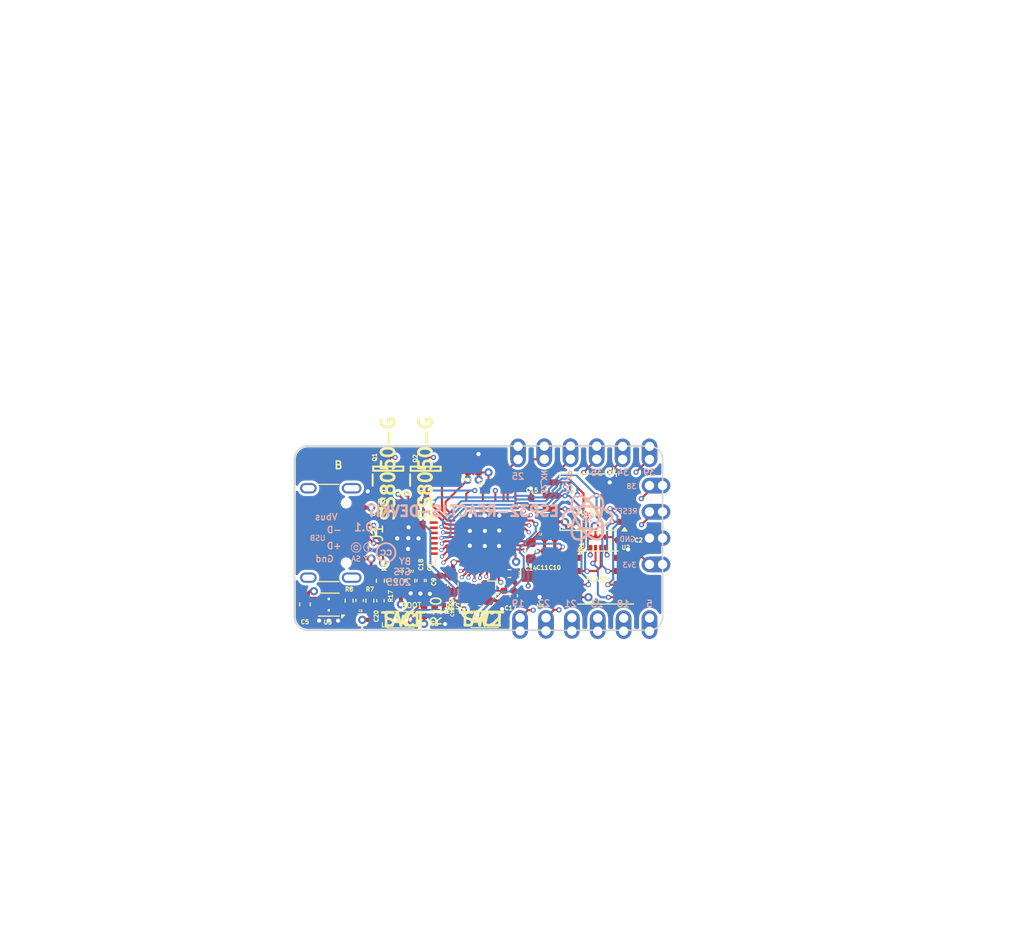
<source format=kicad_pcb>
(kicad_pcb (version 20240108) (generator "pcbnew") (generator_version "8.0")
  (title_block (title "Obsidian Boa") (date "2020-07-07") (rev "r0.1") (company "GsD") (comment 1 "Inspired by 1BitSquared iceBitsy design") (comment 3 "© 2020 Greg Davill <greg.davill@gmail.com>") (comment 4 "License: CC BY-SA 4.0"))
  (layers (0 "F.Cu" signal) (1 "In1.Cu" signal) (2 "In2.Cu" signal) (31 "B.Cu" signal) (34 "B.Paste" user) (35 "F.Paste" user) (36 "B.SilkS" user "B.Silkscreen") (37 "F.SilkS" user "F.Silkscreen") (38 "B.Mask" user) (39 "F.Mask" user) (44 "Edge.Cuts" user))
  (net 0 "")
  (net 1 "+3V3")
  (net 2 "GND")
  (net 3 "/USB_N")
  (net 4 "/USB_P")
  (net 5 "VBUS")
  (net 6 "/SPI_~{HLD}-IO3")
  (net 7 "/SPI_~{WP}-IO2")
  (net 8 "/RAM_~{CS}")
  (net 9 "/~{CRESET}")
  (net 10 "Net-(AE1-A)")
  (net 11 "/U0RXD")
  (net 12 "/U0TXD")
  (net 13 "/SPI_COPI-IO0")
  (net 14 "/SPI_CIPO-IO1")
  (net 17 "Net-(D3-A)")
  (net 18 "/GPIO11-~{LEDB}")
  (net 19 "/GPIO0-BOOT")
  (net 20 "/GPIO38")
  (net 21 "/GPIO35")
  (net 22 "/GPIO39")
  (net 23 "/SBU1")
  (net 24 "/SBU2")
  (net 25 "/GPIO34")
  (net 26 "Net-(U3-XTAL_N)")
  (net 27 "Net-(U3-XTAL_P)")
  (net 28 "Net-(U3-LNA_IN)")
  (net 29 "Net-(U3-CAP1)")
  (net 30 "Net-(U3-CAP2)")
  (net 31 "/RTS")
  (net 32 "Net-(Q1-B)")
  (net 33 "Net-(Q2-B)")
  (net 34 "/DTR")
  (net 35 "Net-(U7-VBUS)")
  (net 36 "Net-(U7-~{RST})")
  (net 37 "Net-(U7-~{SUSPEND})")
  (net 56 "Net-(U5-FB)")
  (net 57 "Net-(U5-SW)")
  (net 58 "/SPI_SCK")
  (net 59 "/SPI_~{CS}")
  (net 60 "/GPIO25")
  (net 61 "Net-(P16-Pin_1)")
  (net 62 "Net-(P17-Pin_1)")
  (net 63 "/GPIO21")
  (net 64 "/GPIO22")
  (net 65 "/GPIO19")
  (net 66 "/GPIO23")
  (net 67 "/GPIO18-DAC_2")
  (net 68 "/GPIO5")
  (footprint "CP2102:EVPBB2A9B000" (layer "F.Cu") (at 110.5156 107.874 180)
    (property "Reference" "SW1")
    (property "Value" "TACT")
  )
  (footprint "pkl_pin_headers:Pin_Header_Straight_Round_1x01_Castellated" (layer "F.Cu") (at 134.29 100 90)
    (property "Reference" "P25" (hide yes))
    (property "Value" "GND" (hide yes))
  )
  (footprint "pkl_pin_headers:Pin_Header_Straight_Round_1x01_Castellated" (layer "F.Cu") (at 134.29 102.54 90)
    (property "Reference" "P28" (hide yes))
    (property "Value" "3V3" (hide yes))
  )
  (footprint "pkl_pin_headers:Pin_Header_Straight_Round_1x01_Castellated" (layer "F.Cu") (at 129.3 107.7215)
    (property "Reference" "P7" (hide yes))
    (property "Value" "7" (hide yes))
  )
  (footprint "pkl_pin_headers:Pin_Header_Straight_Round_1x01_Castellated" (layer "F.Cu") (at 129.2 92.38 180)
    (property "Reference" "P18" (hide yes))
    (property "Value" "18" (hide yes))
  )
  (footprint "pkl_pin_headers:Pin_Header_Straight_Round_1x01_Castellated" (layer "F.Cu") (at 124.13 92.38 180)
    (property "Reference" "P17" (hide yes))
    (property "Value" "17" (hide yes))
  )
  (footprint "pkl_pin_headers:Pin_Header_Straight_Round_1x01_Castellated" (layer "F.Cu") (at 121.6 92.4 180)
    (property "Reference" "P15" (hide yes))
    (property "Value" "15" (hide yes))
  )
  (footprint "pkl_pin_headers:Pin_Header_Straight_Round_1x01_Castellated" (layer "F.Cu") (at 126.8 107.7)
    (property "Reference" "P12" (hide yes))
    (property "Value" "12" (hide yes))
  )
  (footprint "pkl_pin_headers:Pin_Header_Straight_Round_1x01_Castellated" (layer "F.Cu") (at 134.3 92.4 180)
    (property "Reference" "P14" (hide yes))
    (property "Value" "14" (hide yes))
  )
  (footprint "pkl_pin_headers:Pin_Header_Straight_Round_1x01_Castellated" (layer "F.Cu") (at 131.7 92.4 180)
    (property "Reference" "P13" (hide yes))
    (property "Value" "13" (hide yes))
  )
  (footprint "pkl_pin_headers:Pin_Header_Straight_Round_1x01_Castellated" (layer "F.Cu") (at 134.3 107.7215)
    (property "Reference" "P9" (hide yes))
    (property "Value" "9" (hide yes))
  )
  (footprint "pkl_pin_headers:Pin_Header_Straight_Round_1x01_Castellated" (layer "F.Cu") (at 131.8 107.7215)
    (property "Reference" "P8" (hide yes))
    (property "Value" "8" (hide yes))
  )
  (footprint "obsidian-boa:LED_0603_1608Metric_Compact" (layer "F.Cu") (at 115.4432 93.269 90)
    (property "Reference" "D3")
    (property "Value" "BLU")
  )
  (footprint "Capacitor_SMD:C_0402_1005Metric" (layer "F.Cu") (at 114.0716 104.1148 -90)
    (property "Reference" "C9")
    (property "Value" "100n")
  )
  (footprint "pkl_pin_headers:Pin_Header_Straight_Round_1x01_Castellated" (layer "F.Cu") (at 134.29 97.46 90)
    (property "Reference" "P31" (hide yes))
    (property "Value" "CRESET" (hide yes))
  )
  (footprint "pkl_pin_headers:Pin_Header_Straight_Round_1x01_Castellated" (layer "F.Cu") (at 134.29 94.92 90)
    (property "Reference" "P30" (hide yes))
    (property "Value" "CDONE" (hide yes))
  )
  (footprint "pkl_pin_headers:Pin_Header_Straight_Round_1x01_Castellated" (layer "F.Cu") (at 124.3 107.7)
    (property "Reference" "P11" (hide yes))
    (property "Value" "11" (hide yes))
  )
  (footprint "pkl_pin_headers:Pin_Header_Straight_Round_1x01_Castellated" (layer "F.Cu") (at 121.8 107.7)
    (property "Reference" "P10" (hide yes))
    (property "Value" "10" (hide yes))
  )
  (footprint "pkl_pin_headers:Pin_Header_Straight_Round_1x01_Castellated" (layer "F.Cu") (at 126.67 92.38 180)
    (property "Reference" "P16" (hide yes))
    (property "Value" "16" (hide yes))
  )
  (footprint "pkl_connectors:USB_C_Receptacle_HRO_TYPE-C-31-M-12" (layer "F.Cu") (at 102.4 99.5 -90)
    (property "Reference" "J1")
    (property "Value" "USB_C")
  )
  (footprint "Capacitor_SMD:C_0603_1608Metric" (layer "F.Cu") (at 115.2908 104.445 -90)
    (property "Reference" "C19")
    (property "Value" "10u")
  )
  (footprint "Resistor_SMD:R_0402_1005Metric" (layer "F.Cu") (at 116.7386 93.1674 -90)
    (property "Reference" "R13")
    (property "Value" "2k2" (hide yes))
  )
  (footprint "Resistor_SMD:R_0402_1005Metric" (layer "F.Cu") (at 112.5222 107.0612 -90)
    (property "Reference" "R10")
    (property "Value" "10k")
  )
  (footprint "Capacitor_SMD:C_0402_1005Metric" (layer "F.Cu") (at 117.78 93.1674 90)
    (property "Reference" "C12")
    (property "Value" "100n")
  )
  (footprint "Package_DFN_QFN:QFN-28-1EP_5x5mm_P0.5mm_EP3.35x3.35mm" (layer "F.Cu") (at 111 100)
    (property "Reference" "U7")
    (property "Value" "CP2102N-Axx-xQFN28")
  )
  (footprint "Resistor_SMD:R_0402_1005Metric" (layer "F.Cu") (at 115.5702 107.0612 90)
    (property "Reference" "R1")
    (property "Value" "10k")
  )
  (footprint "Package_SON:WSON-6-1EP_2x2mm_P0.65mm_EP1x1.6mm_ThermalVias" (layer "F.Cu") (at 103.3259 106.4262 180)
    (property "Reference" "U5")
    (property "Value" "TPS62290")
  )
  (footprint "Capacitor_SMD:C_0402_1005Metric" (layer "F.Cu") (at 113.5382 107.0612 90)
    (property "Reference" "C3")
    (property "Value" "18pF")
  )
  (footprint "Package_SO:SOIC-8_5.23x5.23mm_P1.27mm" (layer "F.Cu") (at 128.3718 96.5202 180)
    (property "Reference" "U4")
    (property "Value" "W25Q128JV")
  )
  (footprint "Resistor_SMD:R_0402_1005Metric" (layer "F.Cu") (at 108.3058 104.1148 90)
    (property "Reference" "R16")
    (property "Value" "22.1K")
  )
  (footprint "Resistor_SMD:R_0402_1005Metric" (layer "F.Cu") (at 112.2428 95.7836)
    (property "Reference" "R21")
    (property "Value" "10K")
  )
  (footprint "Capacitor_SMD:C_0603_1608Metric" (layer "F.Cu") (at 122.8346 101.2192 -90)
    (property "Reference" "C14")
    (property "Value" "10u")
  )
  (footprint "Resistor_SMD:R_Array_Convex_4x0402" (layer "F.Cu") (at 129.337 100.4064 90)
    (property "Reference" "RN1")
    (property "Value" "10k")
  )
  (footprint "SS8050:SOT95P240X115-3N" (layer "F.Cu") (at 109.0576 93.2866 90)
    (property "Reference" "Q1")
    (property "Value" "SS8050-G")
  )
  (footprint "Inductor_SMD:L_0402_1005Metric" (layer "F.Cu") (at 124.6634 100.0254 180)
    (property "Reference" "L2")
    (property "Value" "2.7nH")
  )
  (footprint "Capacitor_SMD:C_0402_1005Metric" (layer "F.Cu") (at 124.1554 101.7526 -90)
    (property "Reference" "C11")
    (property "Value" "1pF")
  )
  (footprint "Capacitor_SMD:C_0402_1005Metric" (layer "F.Cu") (at 108.3058 106.0452 90)
    (property "Reference" "C20")
    (property "Value" "4.7uF")
  )
  (footprint "CP2102:EVPBB2A9B000" (layer "F.Cu") (at 118.1348 107.8486)
    (property "Reference" "SW2")
    (property "Value" "TACT")
  )
  (footprint "Capacitor_SMD:C_0402_1005Metric" (layer "F.Cu") (at 120.2438 105.5626 90)
    (property "Reference" "C4")
    (property "Value" "18pF" (hide yes))
  )
  (footprint "Resistor_SMD:R_0402_1005Metric" (layer "F.Cu") (at 105.2832 106.0452 -90)
    (property "Reference" "R8")
    (property "Value" "100k")
  )
  (footprint "Resistor_SMD:R_0402_1005Metric" (layer "F.Cu") (at 111.2522 104.1148 90)
    (property "Reference" "R22")
    (property "Value" "10K")
  )
  (footprint "Capacitor_SMD:C_0402_1005Metric" (layer "F.Cu") (at 131.75 100.2032)
    (property "Reference" "C2")
    (property "Value" "2.2uF")
  )
  (footprint "Capacitor_SMD:C_0402_1005Metric" (layer "F.Cu") (at 126.7462 100.0254)
    (property "Reference" "C1")
    (property "Value" "2.2uF")
  )
  (footprint "Capacitor_SMD:C_0402_1005Metric" (layer "F.Cu") (at 125.146 101.7526 -90)
    (property "Reference" "C10")
    (property "Value" "1pF")
  )
  (footprint "Crystal:Crystal_SMD_Abracon_ABM10-4Pin_2.5x2.0mm" (layer "F.Cu") (at 117.9 105.4356 -90)
    (property "Reference" "Y1")
    (property "Value" "40MHz")
  )
  (footprint "Capacitor_SMD:C_0402_1005Metric" (layer "F.Cu") (at 112.192 104.0894 -90)
    (property "Reference" "C18")
    (property "Value" "0.1uF")
  )
  (footprint "Capacitor_SMD:C_0402_1005Metric" (layer "F.Cu") (at 122.86 96.571 90)
    (property "Reference" "C15")
    (property "Value" "100n")
  )
  (footprint "Resistor_SMD:R_0402_1005Metric" (layer "F.Cu") (at 109.2964 104.1148 90)
    (property "Reference" "R17")
    (property "Value" "47.5K")
  )
  (footprint "Capacitor_SMD:C_0402_1005Metric" (layer "F.Cu") (at 121.1836 105.5626 90)
    (property "Reference" "C17")
    (property "Value" "10nF")
  )
  (footprint "SS8050:SOT95P240X115-3N" (layer "F.Cu") (at 112.6746 93.2944 90)
    (property "Reference" "Q2")
    (property "Value" "SS8050-G")
  )
  (footprint "obsidian-boa:0479480001" (layer "F.Cu") (at 123.6728 104.6228 180)
    (property "Reference" "AE1")
    (property "Value" "Antenna")
  )
  (footprint "Capacitor_SMD:C_0402_1005Metric" (layer "F.Cu") (at 106.2992 106.0198 90)
    (property "Reference" "C6")
    (property "Value" "22pF")
  )
  (footprint "Inductor_SMD:L_0805_2012Metric" (layer "F.Cu") (at 106.5532 107.8994)
    (property "Reference" "L1")
    (property "Value" "2.2uH")
  )
  (footprint "Resistor_SMD:R_0402_1005Metric" (layer "F.Cu") (at 110.287 104.1148 -90)
    (property "Reference" "R18")
    (property "Value" "2K")
  )
  (footprint "Package_SO:SOIC-8_3.9x4.9mm_P1.27mm" (layer "F.Cu") (at 129.3116 103.81 180)
    (property "Reference" "U2")
    (property "Value" "LY68L6400SLIT")
  )
  (footprint "Capacitor_SMD:C_0402_1005Metric" (layer "F.Cu") (at 114.5542 107.0612 -90)
    (property "Reference" "C13")
    (property "Value" "100n")
  )
  (footprint "Capacitor_SMD:C_0603_1608Metric" (layer "F.Cu") (at 101.016 106.4008 -90)
    (property "Reference" "C5")
    (property "Value" "10u")
  )
  (footprint "Resistor_SMD:R_0402_1005Metric" (layer "F.Cu") (at 107.2898 106.0452 90)
    (property "Reference" "R7")
    (property "Value" "453k")
  )
  (footprint "Resistor_SMD:R_0402_1005Metric" (layer "F.Cu") (at 120.7772 103.429 180)
    (property "Reference" "R15")
    (property "Value" "20K")
  )
  (footprint "Capacitor_SMD:C_0201_0603Metric" (layer "F.Cu") (at 120.955 104.2672)
    (property "Reference" "C16")
    (property "Value" "3.3nF")
  )
  (footprint "Resistor_SMD:R_0402_1005Metric" (layer "F.Cu") (at 108.6106 95.7582)
    (property "Reference" "R20")
    (property "Value" "10K")
  )
  (footprint "Capacitor_SMD:C_0402_1005Metric" (layer "F.Cu") (at 113.081 104.0894 -90)
    (property "Reference" "C7")
    (property "Value" "2.2uF")
  )
  (footprint "pkl_logos:Symbol_CC_SilkScreen_2mm" (layer "B.Cu") (at 108.85 101.4 180)
    (property "Reference" "REF**" (hide yes))
    (property "Value" "Symbol_CC_SilkScreen_2mm" (hide yes))
  )
  (footprint "pkl_logos:Symbol_CC-SA_SilkScreen_1mm" (layer "B.Cu") (at 105.95 100.9 180)
    (property "Reference" "REF**" (hide yes))
    (property "Value" "Symbol_CC-SA_SilkScreen_1mm" (hide yes))
  )
  (footprint "pkl_logos:Symbol_CC-BY_SilkScreen_1mm" (layer "B.Cu") (at 107.15 100.9 180)
    (property "Reference" "REF**" (hide yes))
    (property "Value" "Symbol_CC-BY_SilkScreen_1mm" (hide yes))
  )
  (footprint "ESP32-D0WD:Logo" (layer "B.Cu") (at 128.3 98 180)
    (property "Reference" "G***" (hide yes))
    (property "Value" "LOGO" (hide yes))
  )
  (gr_line (start 101.3 91.1) (end 134.26 91.1) (stroke (width 0.15)) (layer "Edge.Cuts"))
  (gr_line (start 135.56 92.4) (end 135.56 107.6) (stroke (width 0.15)) (layer "Edge.Cuts"))
  (gr_line (start 100 107.6) (end 100 92.4) (stroke (width 0.15)) (layer "Edge.Cuts"))
  (gr_line (start 134.26 108.9) (end 101.3 108.9) (stroke (width 0.15)) (layer "Edge.Cuts"))
  (gr_arc (start 135.56 107.6) (mid 135.179239 108.519239) (end 134.26 108.9) (stroke (width 0.15)) (layer "Edge.Cuts"))
  (gr_arc (start 100 92.4) (mid 100.380761 91.480761) (end 101.3 91.1) (stroke (width 0.15)) (layer "Edge.Cuts"))
  (gr_arc (start 101.3 108.9) (mid 100.380761 108.519239) (end 100 107.6) (stroke (width 0.15)) (layer "Edge.Cuts"))
  (gr_arc (start 134.26 91.1) (mid 135.179239 91.480761) (end 135.56 92.4) (stroke (width 0.15)) (layer "Edge.Cuts"))
  (gr_text "SA" (at 105.95 102 0) (layer "B.SilkS") (effects (font (size 0.5 0.5) (thickness 0.1)) (justify mirror)))
  (gr_text "3v3" (at 133.1 102.6 0) (layer "B.SilkS") (effects (font (size 0.5 0.5) (thickness 0.1)) (justify left mirror)))
  (gr_text "RESET" (at 133.2 97.4 0) (layer "B.SilkS") (effects (font (size 0.5 0.5) (thickness 0.1)) (justify left mirror)))
  (gr_text "GND" (at 133 100.1 0) (layer "B.SilkS") (effects (font (size 0.5 0.5) (thickness 0.1)) (justify left mirror)))
  (gr_text "USB" (at 102.25 100 0) (layer "B.SilkS") (effects (font (size 0.5 0.5) (thickness 0.1)) (justify mirror)))
  (gr_text "BY\nGTS\n2025" (at 111.35 103.25 0) (layer "B.SilkS") (effects (font (size 0.625 0.625) (thickness 0.125)) (justify left mirror)))
  (gr_text "Vbus" (at 101.9 97.95 0) (layer "B.SilkS") (effects (font (size 0.625 0.625) (thickness 0.125)) (justify right mirror)))
  (gr_text "39" (at 134.29 93.65 0) (layer "B.SilkS") (effects (font (size 0.625 0.625) (thickness 0.125)) (justify mirror)))
  (gr_text "34" (at 131.75 93.65 0) (layer "B.SilkS") (effects (font (size 0.625 0.625) (thickness 0.125)) (justify mirror)))
  (gr_text "Gnd" (at 101.95 102 0) (layer "B.SilkS") (effects (font (size 0.625 0.625) (thickness 0.125)) (justify right mirror)))
  (gr_text "35" (at 129.21 93.65 0) (layer "B.SilkS") (effects (font (size 0.625 0.625) (thickness 0.125)) (justify mirror)))
  (gr_text "38" (at 133.1 95 0) (layer "B.SilkS") (effects (font (size 0.5 0.5) (thickness 0.1)) (justify left mirror)))
  (gr_text "-D" (at 103.05 99.2 0) (layer "B.SilkS") (effects (font (size 0.625 0.625) (thickness 0.125)) (justify right mirror)))
  (gr_text "32_XP" (at 126.5 94.6 270) (layer "B.SilkS") (effects (font (size 0.5 0.5) (thickness 0.125)) (justify mirror)))
  (gr_text "18" (at 131.75 106.35 0) (layer "B.SilkS") (effects (font (size 0.625 0.625) (thickness 0.125)) (justify mirror)))
  (gr_text "21" (at 126.67 106.35 0) (layer "B.SilkS") (effects (font (size 0.625 0.625) (thickness 0.125)) (justify mirror)))
  (gr_text "+D" (at 103.05 100.75 0) (layer "B.SilkS") (effects (font (size 0.625 0.625) (thickness 0.125)) (justify right mirror)))
  (gr_text "5" (at 134.29 106.35 0) (layer "B.SilkS") (effects (font (size 0.625 0.625) (thickness 0.125)) (justify mirror)))
  (gr_text "25" (at 121.59 94.031 0) (layer "B.SilkS") (effects (font (size 0.625 0.625) (thickness 0.125)) (justify mirror)))
  (gr_text "23" (at 129.21 106.35 0) (layer "B.SilkS") (effects (font (size 0.625 0.625) (thickness 0.125)) (justify mirror)))
  (gr_text "32_XN" (at 124.1 94.6 270) (layer "B.SilkS") (effects (font (size 0.5 0.5) (thickness 0.125)) (justify mirror)))
  (gr_text "ESP32-REACTJS-DEVKIT" (at 116.3 97.4 0) (layer "B.SilkS") (effects (font (size 1 1) (thickness 0.25)) (justify mirror)))
  (gr_text "r0.1" (at 106.9 98.95 0) (layer "B.SilkS") (effects (font (size 0.75 0.75)) (justify mirror)))
  (gr_text "BY" (at 107.15 102 0) (layer "B.SilkS") (effects (font (size 0.5 0.5) (thickness 0.1)) (justify mirror)))
  (gr_text "19" (at 121.6 106.3 0) (layer "B.SilkS") (effects (font (size 0.625 0.625) (thickness 0.125)) (justify mirror)))
  (gr_text "22" (at 124.1 106.3 0) (layer "B.SilkS") (effects (font (size 0.625 0.625) (thickness 0.125)) (justify mirror)))
  (gr_text "PSRAM" (at 128.6 97.6 0) (layer "F.SilkS") (effects (font (size 0.5 0.5) (thickness 0.1))))
  (gr_text "FLASH" (at 129.3 104 0) (layer "F.SilkS") (effects (font (size 0.5 0.5) (thickness 0.1))))
  (gr_text "BOOT" (at 111.3 106.5 0) (layer "F.SilkS") (effects (font (size 0.5 0.5) (thickness 0.1))))
  (gr_text "RESET" (at 115.7 106.6 0) (layer "F.SilkS") (effects (font (size 0.5 0.5) (thickness 0.1))))
  (gr_text "B" (at 104.25 92.95 0) (layer "F.SilkS") (effects (font (size 0.75 0.75))))
  (segment (start 134.6122 102.8622) (end 134.29 102.54) (width 0.2) (layer "F.Cu") (net 1))
  (segment (start 115.1998 102.25) (end 115.1638 102.286) (width 0.2) (layer "F.Cu") (net 1))
  (segment (start 107.6157 106.8811) (end 107.2898 106.5552) (width 0.4) (layer "F.Cu") (net 1))
  (segment (start 116.7386 93.6524) (end 116.7386 94.3612) (width 0.2) (layer "F.Cu") (net 1))
  (segment (start 117.78 93.6524) (end 117.78 94.3358) (width 0.2) (layer "F.Cu") (net 1))
  (segment (start 113.081 103.6094) (end 112.192 103.6094) (width 0.4) (layer "F.Cu") (net 1))
  (segment (start 115.2885 103.6298) (end 115.3162 103.6575) (width 0.2) (layer "F.Cu") (net 1))
  (segment (start 107.2344 106.4998) (end 107.2898 106.5552) (width 0.2) (layer "F.Cu") (net 1))
  (segment (start 129.0068 98.8316) (end 129.083 98.9078) (width 0.2) (layer "F.Cu") (net 1))
  (segment (start 122.8346 100.3624) (end 124.7718 98.4252) (width 0.3) (layer "F.Cu") (net 1))
  (segment (start 108.55 101.5) (end 108.55 102.3524) (width 0.2) (layer "F.Cu") (net 1))
  (segment (start 106.2992 106.4998) (end 107.2344 106.4998) (width 0.4) (layer "F.Cu") (net 1))
  (segment (start 129.083 98.9078) (end 129.083 99.9024) (width 0.2) (layer "F.Cu") (net 1))
  (segment (start 126.2612 98.9102) (end 126.2612 100.0254) (width 0.2) (layer "F.Cu") (net 1))
  (segment (start 124.2292 98.4252) (end 124.7718 98.4252) (width 0.2) (layer "F.Cu") (net 1))
  (segment (start 115.3162 103.6575) (end 115.3162 102.4384) (width 0.4) (layer "F.Cu") (net 1))
  (segment (start 131.6992 99.3904) (end 132.5628 99.3904) (width 0.2) (layer "F.Cu") (net 1))
  (segment (start 114.0716 103.6298) (end 115.2885 103.6298) (width 0.4) (layer "F.Cu") (net 1))
  (segment (start 133.0708 101.3208) (end 134.29 102.54) (width 0.2) (layer "F.Cu") (net 1))
  (segment (start 116.7386 93.6524) (end 117.78 93.6524) (width 0.2) (layer "F.Cu") (net 1))
  (segment (start 112.5222 107.5462) (end 112.5222 108.2804) (width 0.2) (layer "F.Cu") (net 1))
  (segment (start 115.5702 106.5512) (end 116.0508 106.5512) (width 0.2) (layer "F.Cu") (net 1))
  (segment (start 132.5628 99.3904) (end 133.0708 99.8984) (width 0.2) (layer "F.Cu") (net 1))
  (segment (start 107.6157 107.8994) (end 106.5532 107.8994) (width 0.4) (layer "F.Cu") (net 1))
  (segment (start 118.6 102.25) (end 118.6 103.625) (width 0.2) (layer "F.Cu") (net 1))
  (segment (start 117.78 93.6524) (end 118.7428 93.6524) (width 0.2) (layer "F.Cu") (net 1))
  (segment (start 131.265 100.2032) (end 130.9626 100.2032) (width 0.2) (layer "F.Cu") (net 1))
  (segment (start 122.7029 100.3) (end 122.8346 100.4317) (width 0.2) (layer "F.Cu") (net 1))
  (segment (start 114.0716 103.6298) (end 113.1014 103.6298) (width 0.4) (layer "F.Cu") (net 1))
  (segment (start 129.083 99.9024) (end 129.087 99.9064) (width 0.2) (layer "F.Cu") (net 1))
  (segment (start 114.962174 97.5) (end 114.5994 97.137226) (width 0.2) (layer "F.Cu") (net 1))
  (segment (start 119.8 103.027986) (end 119.7472 103.080786) (width 0.2) (layer "F.Cu") (net 1))
  (segment (start 122.86 97.056) (end 124.2292 98.4252) (width 0.2) (layer "F.Cu") (net 1))
  (segment (start 108.2758 106.5552) (end 108.3058 106.5252) (width 0.2) (layer "F.Cu") (net 1))
  (segment (start 116.0508 106.5512) (end 116.383 106.8834) (width 0.2) (layer "F.Cu") (net 1))
  (segment (start 122.8346 100.4317) (end 122.8346 100.3624) (width 0.2) (layer "F.Cu") (net 1))
  (segment (start 110.287 104.6248) (end 110.287 106.5024) (width 0.4) (layer "F.Cu") (net 1))
  (segment (start 130.6498 99.9064) (end 130.087 99.9064) (width 0.2) (layer "F.Cu") (net 1))
  (segment (start 112.192 103.6094) (end 112.1386 103.6094) (width 0.2) (layer "F.Cu") (net 1))
  (segment (start 129.587 99.9064) (end 129.087 99.9064) (width 0.2) (layer "F.Cu") (net 1))
  (segment (start 114.5542 106.5762) (end 115.5452 106.5762) (width 0.2) (layer "F.Cu") (net 1))
  (segment (start 133.0708 99.8984) (end 133.0708 101.3208) (width 0.2) (layer "F.Cu") (net 1))
  (segment (start 118.7452 94.9454) (end 118.2 95.4906) (width 0.2) (layer "F.Cu") (net 1))
  (segment (start 114.5994 97.137226) (end 114.5994 96.5004) (width 0.2) (layer "F.Cu") (net 1))
  (segment (start 119.8 102.25) (end 119.8 103.027986) (width 0.2) (layer "F.Cu") (net 1))
  (segment (start 122.8092 100.4063) (end 122.8346 100.4317) (width 0.2) (layer "F.Cu") (net 1))
  (segment (start 108.55 101) (end 108.55 101.5) (width 0.2) (layer "F.Cu") (net 1))
  (segment (start 121.35 101.5) (end 121.35 102.2238) (width 0.2) (layer "F.Cu") (net 1))
  (segment (start 115.45 97.5) (end 114.962174 97.5) (width 0.2) (layer "F.Cu") (net 1))
  (segment (start 121.35 100.7) (end 122.5663 100.7) (width 0.2) (layer "F.Cu") (net 1))
  (segment (start 107.2898 106.5552) (end 108.2758 106.5552) (width 0.4) (layer "F.Cu") (net 1))
  (segment (start 124.7718 98.4252) (end 125.781 98.4252) (width 0.3) (layer "F.Cu") (net 1))
  (segment (start 131.265 100.2032) (end 131.265 99.8246) (width 0.2) (layer "F.Cu") (net 1))
  (segment (start 121.35 102.2238) (end 121.4122 102.286) (width 0.2) (layer "F.Cu") (net 1))
  (segment (start 126.8366 105.715) (end 128.3972 105.715) (width 0.2) (layer "F.Cu") (net 1))
  (segment (start 114.5994 96.5004) (end 116.7386 94.3612) (width 0.2) (layer "F.Cu") (net 1))
  (segment (start 108.55 102.3524) (end 108.5598 102.3622) (width 0.2) (layer "F.Cu") (net 1))
  (segment (start 130.087 99.9064) (end 129.587 99.9064) (width 0.2) (layer "F.Cu") (net 1))
  (segment (start 126.2636 98.9078) (end 126.2612 98.9102) (width 0.2) (layer "F.Cu") (net 1))
  (segment (start 118.2 95.4906) (end 118.2 96.35) (width 0.2) (layer "F.Cu") (net 1))
  (segment (start 129.087 99.9064) (end 128.587 99.9064) (width 0.2) (layer "F.Cu") (net 1))
  (segment (start 118.7428 93.6524) (end 118.7452 93.65) (width 0.2) (layer "F.Cu") (net 1))
  (segment (start 119.881078 104.259968) (end 119.933597 104.259968) (width 0.2) (layer "F.Cu") (net 1))
  (segment (start 119.7472 103.080786) (end 119.7472 104.12609) (width 0.2) (layer "F.Cu") (net 1))
  (segment (start 130.9626 100.2032) (end 130.6578 99.8984) (width 0.2) (layer "F.Cu") (net 1))
  (segment (start 131.265 99.8246) (end 131.6992 99.3904) (width 0.2) (layer "F.Cu") (net 1))
  (segment (start 122.5663 100.7) (end 122.8346 100.4317) (width 0.2) (layer "F.Cu") (net 1))
  (segment (start 118.7452 93.65) (end 118.7452 94.9454) (width 0.2) (layer "F.Cu") (net 1))
  (segment (start 115.3162 102.4384) (end 115.1638 102.286) (width 0.2) (layer "F.Cu") (net 1))
  (segment (start 115.5452 106.5762) (end 115.5702 106.5512) (width 0.2) (layer "F.Cu") (net 1))
  (segment (start 121.35 100.3) (end 122.7029 100.3) (width 0.2) (layer "F.Cu") (net 1))
  (segment (start 130.6578 99.8984) (end 130.6498 99.9064) (width 0.2) (layer "F.Cu") (net 1))
  (segment (start 113.1014 103.6298) (end 113.081 103.6094) (width 0.2) (layer "F.Cu") (net 1))
  (segment (start 116.2 102.25) (end 115.1998 102.25) (width 0.2) (layer "F.Cu") (net 1))
  (segment (start 117.78 94.3358) (end 117.8054 94.3612) (width 0.2) (layer "F.Cu") (net 1))
  (segment (start 107.6157 107.8994) (end 107.6157 106.8811) (width 0.4) (layer "F.Cu") (net 1))
  (segment (start 125.781 98.4252) (end 126.2636 98.9078) (width 0.2) (layer "F.Cu") (net 1))
  (segment (start 119.7472 104.12609) (end 119.881078 104.259968) (width 0.2) (layer "F.Cu") (net 1))
  (segment (start 118.6 103.625) (end 118.5166 103.7084) (width 0.2) (layer "F.Cu") (net 1))
  (via (at 106.5532 107.8994) (size 0.8) (drill 0.4) (layers "F.Cu" "B.Cu") (net 1))
  (via (at 119.933597 104.259968) (size 0.5) (drill 0.25) (layers "F.Cu" "B.Cu") (net 1))
  (via (at 116.383 106.8834) (size 0.6) (drill 0.3) (layers "F.Cu" "B.Cu") (net 1))
  (via (at 116.7386 94.3612) (size 0.8) (drill 0.4) (layers "F.Cu" "B.Cu") (net 1))
  (via (at 108.5598 102.3622) (size 0.8) (drill 0.4) (layers "F.Cu" "B.Cu") (net 1))
  (via (at 118.5166 103.7084) (size 0.4) (drill 0.25) (layers "F.Cu" "B.Cu") (net 1))
  (via (at 112.5222 108.2804) (size 0.8) (drill 0.4) (layers "F.Cu" "B.Cu") (net 1))
  (via (at 118.7452 93.65) (size 0.8) (drill 0.4) (layers "F.Cu" "B.Cu") (net 1))
  (via (at 115.404775 102.349175) (size 0.6) (drill 0.4) (layers "F.Cu" "B.Cu") (net 1))
  (via (at 128.3972 105.715) (size 0.8) (drill 0.4) (layers "F.Cu" "B.Cu") (net 1))
  (via (at 129.0068 98.8316) (size 0.8) (drill 0.4) (layers "F.Cu" "B.Cu") (net 1))
  (via (at 121.4122 102.286) (size 0.8) (drill 0.4) (layers "F.Cu" "B.Cu") (net 1))
  (via (at 117.8054 94.3612) (size 0.8) (drill 0.4) (layers "F.Cu" "B.Cu") (net 1))
  (via (at 126.1366 98.4506) (size 0.8) (drill 0.4) (layers "F.Cu" "B.Cu") (net 1))
  (via (at 110.287 106.4008) (size 0.8) (drill 0.4) (layers "F.Cu" "B.Cu") (net 1))
  (segment (start 117.8054 94.3612) (end 118.034 94.3612) (width 0.2) (layer "B.Cu") (net 1))
  (segment (start 121.349025 102.349175) (end 121.4122 102.286) (width 0.2) (layer "B.Cu") (net 1))
  (segment (start 106.3246 104.8006) (end 104.4015 104.8006) (width 0.3) (layer "F.Cu") (net 2))
  (segment (start 122.5978 105.6978) (end 124.7478 105.6978) (width 0.4) (layer "F.Cu") (net 2))
  (segment (start 127.2312 100.0254) (end 127.2312 98.9356) (width 0.2) (layer "F.Cu") (net 2))
  (segment (start 132.235 100.2032) (end 132.235 101.4566) (width 0.2) (layer "F.Cu") (net 2))
  (segment (start 127.2312 98.9356) (end 127.2288 98.9332) (width 0.2) (layer "F.Cu") (net 2))
  (segment (start 111.2268 104.6502) (end 111.2522 104.6248) (width 0.2) (layer "F.Cu") (net 2))
  (segment (start 109.8044 107.9248) (end 109.779 107.8994) (width 0.2) (layer "F.Cu") (net 2))
  (segment (start 106.9088 104.2164) (end 106.3246 104.8006) (width 0.3) (layer "F.Cu") (net 2))
  (segment (start 113.081 104.6302) (end 113.1114 104.5998) (width 0.2) (layer "F.Cu") (net 2))
  (segment (start 112.1666 104.5948) (end 112.192 104.5694) (width 0.2) (layer "F.Cu") (net 2))
  (segment (start 112.192 104.5694) (end 111.3076 104.5694) (width 0.3) (layer "F.Cu") (net 2))
  (segment (start 106.3154 96.25) (end 107.0866 95.4788) (width 0.2) (layer "F.Cu") (net 2))
  (segment (start 106.245 96.25) (end 106.3154 96.25) (width 0.2) (layer "F.Cu") (net 2))
  (segment (start 108.3058 105.5652) (end 109.0144 105.5652) (width 0.3) (layer "F.Cu") (net 2))
  (segment (start 105.1542 106.4262) (end 105.2832 106.5552) (width 0.2) (layer "F.Cu") (net 2))
  (segment (start 108.55 99.5) (end 110.5 99.5) (width 0.2) (layer "F.Cu") (net 2))
  (segment (start 122.8346 102.0067) (end 123.1649 102.0067) (width 0.2) (layer "F.Cu") (net 2))
  (segment (start 106.9088 103.4138) (end 106.9088 104.2164) (width 0.3) (layer "F.Cu") (net 2))
  (segment (start 101.89 107.0762) (end 102.4384 107.0762) (width 0.2) (layer "F.Cu") (net 2))
  (segment (start 114.0716 104.5998) (end 113.1114 104.5998) (width 0.3) (layer "F.Cu") (net 2))
  (segment (start 109.2964 105.2832) (end 109.2964 104.6248) (width 0.3) (layer "F.Cu") (net 2))
  (segment (start 104.2134 106.4262) (end 105.1542 106.4262) (width 0.3) (layer "F.Cu") (net 2))
  (segment (start 113.1114 104.5998) (end 113.081 104.5694) (width 0.2) (layer "F.Cu") (net 2))
  (segment (start 125.146 102.7686) (end 125.146 102.2376) (width 0.3) (layer "F.Cu") (net 2))
  (segment (start 119.7098 108.2236) (end 119.7098 107.4736) (width 0.3) (layer "F.Cu") (net 2))
  (segment (start 108.9406 105.639) (end 109.0144 105.5652) (width 0.2) (layer "F.Cu") (net 2))
  (segment (start 117.075 104.8106) (end 115.7381 104.8106) (width 0.2) (layer "F.Cu") (net 2))
  (segment (start 108.9406 107.499) (end 108.9406 108.249) (width 0.3) (layer "F.Cu") (net 2))
  (segment (start 103.3259 107.9741) (end 103.3274 107.9756) (width 0.2) (layer "F.Cu") (net 2))
  (segment (start 130.4546 94.6152) (end 131.9718 94.6152) (width 0.2) (layer "F.Cu") (net 2))
  (segment (start 102.4384 107.0762) (end 103.2259 107.0762) (width 0.2) (layer "F.Cu") (net 2))
  (segment (start 115.3162 105.2325) (end 114.6835 104.5998) (width 0.3) (layer "F.Cu") (net 2))
  (segment (start 123.1649 102.0067) (end 123.3958 102.2376) (width 0.3) (layer "F.Cu") (net 2))
  (segment (start 109.4294 108.249) (end 109.779 107.8994) (width 0.2) (layer "F.Cu") (net 2))
  (segment (start 124.7396 103.556) (end 124.7478 103.5478) (width 0.2) (layer "F.Cu") (net 2))
  (segment (start 119.7098 107.4736) (end 119.7098 107.2142) (width 0.2) (layer "F.Cu") (net 2))
  (segment (start 123.3958 102.2376) (end 124.1554 102.2376) (width 0.3) (layer "F.Cu") (net 2))
  (segment (start 104.4015 104.8006) (end 103.3259 105.8762) (width 0.3) (layer "F.Cu") (net 2))
  (segment (start 104.2134 106.4262) (end 103.3259 106.4262) (width 0.3) (layer "F.Cu") (net 2))
  (segment (start 124.7478 105.6978) (end 124.7478 103.5478) (width 0.4) (layer "F.Cu") (net 2))
  (segment (start 106.245 102.75) (end 106.9088 103.4138) (width 0.3) (layer "F.Cu") (net 2))
  (segment (start 111.2268 105.334) (end 111.2268 104.6502) (width 0.3) (layer "F.Cu") (net 2))
  (segment (start 124.1554 102.2376) (end 125.146 102.2376) (width 0.3) (layer "F.Cu") (net 2))
  (segment (start 101.7904 107.1758) (end 101.89 107.0762) (width 0.2) (layer "F.Cu") (net 2))
  (segment (start 118.738 106.0476) (end 120.2438 106.0476) (width 0.3) (layer "F.Cu") (net 2))
  (segment (start 120.2438 106.0476) (end 121.1786 106.0476) (width 0.3) (layer "F.Cu") (net 2))
  (segment (start 122.8346 96.0606) (end 122.86 96.086) (width 0.2) (layer "F.Cu") (net 2))
  (segment (start 121.1836 106.0426) (end 122.253 106.0426) (width 0.3) (layer "F.Cu") (net 2))
  (segment (start 111.3076 104.5694) (end 111.2522 104.6248) (width 0.2) (layer "F.Cu") (net 2))
  (segment (start 115.7381 104.8106) (end 115.3162 105.2325) (width 0.2) (layer "F.Cu") (net 2))
  (segment (start 117.075 104.6074) (end 117.075 104.8106) (width 0.2) (layer "F.Cu") (net 2))
  (segment (start 103.3259 106.9762) (end 103.3259 107.9741) (width 0.4) (layer "F.Cu") (net 2))
  (segment (start 109.0144 105.5652) (end 109.2964 105.2832) (width 0.3) (layer "F.Cu") (net 2))
  (segment (start 103.3274 107.9756) (end 104.2164 107.9756) (width 0.4) (layer "F.Cu") (net 2))
  (segment (start 117.78 92.6824) (end 117.78 91.872) (width 0.2) (layer "F.Cu") (net 2))
  (segment (start 101.016 107.1758) (end 101.7904 107.1758) (width 0.2) (layer "F.Cu") (net 2))
  (segment (start 108.9406 108.249) (end 109.4294 108.249) (width 0.2) (layer "F.Cu") (net 2))
  (segment (start 121.1786 106.0476) (end 121.1836 106.0426) (width 0.2) (layer "F.Cu") (net 2))
  (segment (start 113.5382 107.5462) (end 114.5542 107.5462) (width 0.2) (layer "F.Cu") (net 2))
  (segment (start 122.8346 95.1994) (end 122.8346 96.0606) (width 0.2) (layer "F.Cu") (net 2))
  (segment (start 113.081 105.3848) (end 113.081 104.6302) (width 0.3) (layer "F.Cu") (net 2))
  (segment (start 124.7478 103.1668) (end 125.146 102.7686) (width 0.3) (layer "F.Cu") (net 2))
  (segment (start 118.725 106.0606) (end 118.738 106.0476) (width 0.3) (layer "F.Cu") (net 2))
  (segment (start 112.1666 105.3594) (end 112.1666 104.5948) (width 0.3) (layer "F.Cu") (net 2))
  (segment (start 114.6835 104.5998) (end 114.0716 104.5998) (width 0.3) (layer "F.Cu") (net 2))
  (segment (start 114.5542 108.3058) (end 114.5542 107.5462) (width 0.4) (layer "F.Cu") (net 2))
  (segment (start 113.081 104.5694) (end 112.192 104.5694) (width 0.3) (layer "F.Cu") (net 2))
  (segment (start 119.7098 107.2142) (end 120.2438 106.6802) (width 0.3) (layer "F.Cu") (net 2))
  (segment (start 132.235 101.4566) (end 131.7866 101.905) (width 0.2) (layer "F.Cu") (net 2))
  (segment (start 120.2438 106.6802) (end 120.2438 106.0476) (width 0.3) (layer "F.Cu") (net 2))
  (segment (start 108.9406 107.499) (end 108.9406 105.639) (width 0.3) (layer "F.Cu") (net 2))
  (segment (start 122.253 106.0426) (end 122.5978 105.6978) (width 0.2) (layer "F.Cu") (net 2))
  (segment (start 103.3274 107.9756) (end 102.2352 107.9756) (width 0.4) (layer "F.Cu") (net 2))
  (segment (start 124.7478 103.5478) (end 124.7478 103.1668) (width 0.2) (layer "F.Cu") (net 2))
  (via (at 112.1666 105.3594) (size 0.8) (drill 0.4) (layers "F.Cu" "B.Cu") (net 2))
  (via (at 116.9418 99.3) (size 0.8) (drill 0.4) (layers "F.Cu" "B.Cu") (net 2))
  (via (at 111.2268 105.334) (size 0.8) (drill 0.4) (layers "F.Cu" "B.Cu") (net 2))
  (via (at 110.9728 101.0414) (size 0.8) (drill 0.4) (layers "F.Cu" "B.Cu") (net 2))
  (via (at 118.4 99.3) (size 0.8) (drill 0.4) (layers "F.Cu" "B.Cu") (net 2))
  (via (at 117.78 91.872) (size 0.8) (drill 0.4) (layers "F.Cu" "B.Cu") (net 2))
  (via (at 114.5542 108.3058) (size 0.8) (drill 0.4) (layers "F.Cu" "B.Cu") (net 2))
  (via (at 111 100) (size 0.8) (drill 0.4) (layers "F.Cu" "B.Cu") (net 2))
  (via (at 127.2288 98.9332) (size 0.8) (drill 0.4) (layers "F.Cu" "B.Cu") (net 2))
  (via (at 130.4546 94.6152) (size 0.8) (drill 0.4) (layers "F.Cu" "B.Cu") (net 2))
  (via (at 102.3876 107.9756) (size 0.8) (drill 0.4) (layers "F.Cu" "B.Cu") (net 2))
  (via (at 119.7866 99.2634) (size 0.8) (drill 0.4) (layers "F.Cu" "B.Cu") (net 2))
  (via (at 118.4 97.8156) (size 0.8) (drill 0.4) (layers "F.Cu" "B.Cu") (net 2))
  (via (at 123.6728 105.6978) (size 0.8) (drill 0.4) (layers "F.Cu" "B.Cu") (net 2))
  (via (at 109.779 107.8994) (size 0.8) (drill 0.4) (layers "F.Cu" "B.Cu") (net 2))
  (via (at 107.0866 95.4788) (size 0.8) (drill 0.4) (layers "F.Cu" "B.Cu") (net 2))
  (via (at 104.2164 107.9756) (size 0.8) (drill 0.4) (layers "F.Cu" "B.Cu") (net 2))
  (via (at 116.9672 97.841) (size 0.8) (drill 0.4) (layers "F.Cu" "B.Cu") (net 2))
  (via (at 120.066 106.858) (size 0.8) (drill 0.4) (layers "F.Cu" "B.Cu") (net 2))
  (via (at 103.3274 107.9756) (size 0.8) (drill 0.4) (layers "F.Cu" "B.Cu") (net 2))
  (via (at 119.7866 97.8156) (size 0.8) (drill 0.4) (layers "F.Cu" "B.Cu") (net 2))
  (via (at 116.9418 100.7366) (size 0.8) (drill 0.4) (layers "F.Cu" "B.Cu") (net 2))
  (via (at 132.2326 101.0922) (size 0.8) (drill 0.4) (layers "F.Cu" "B.Cu") (net 2))
  (via (at 122.8346 95.1994) (size 0.8) (drill 0.4) (layers "F.Cu" "B.Cu") (net 2))
  (via (at 119.7612 100.762) (size 0.8) (drill 0.4) (layers "F.Cu" "B.Cu") (net 2))
  (via (at 109.9314 100.0254) (size 0.8) (drill 0.4) (layers "F.Cu" "B.Cu") (net 2))
  (via (at 111.0236 98.9586) (size 0.8) (drill 0.4) (layers "F.Cu" "B.Cu") (net 2))
  (via (at 111.9888 100.0254) (size 0.8) (drill 0.4) (layers "F.Cu" "B.Cu") (net 2))
  (via (at 113.081 105.3848) (size 0.8) (drill 0.4) (layers "F.Cu" "B.Cu") (net 2))
  (via (at 118.3896 100.762) (size 0.8) (drill 0.4) (layers "F.Cu" "B.Cu") (net 2))
  (segment (start 107.65241 100.5) (end 108.55 100.5) (width 0.2) (layer "F.Cu") (net 3))
  (segment (start 106.245 98.75) (end 107.5384 98.75) (width 0.2) (layer "F.Cu") (net 3))
  (segment (start 106.90241 99.75) (end 107.65241 100.5) (width 0.2) (layer "F.Cu") (net 3))
  (segment (start 106.245 99.75) (end 106.90241 99.75) (width 0.2) (layer "F.Cu") (net 3))
  (segment (start 107.5384 98.75) (end 107.5692 98.7808) (width 0.2) (layer "F.Cu") (net 3))
  (via (at 107.652412 100.5) (size 0.5) (drill 0.25) (layers "F.Cu" "B.Cu") (net 3))
  (via (at 107.6454 98.7554) (size 0.5) (drill 0.25) (layers "F.Cu" "B.Cu") (net 3))
  (segment (start 107.6454 100.492988) (end 107.652412 100.5) (width 0.2) (layer "B.Cu") (net 3))
  (segment (start 107.6454 98.7554) (end 107.6454 100.492988) (width 0.2) (layer "B.Cu") (net 3))
  (segment (start 107.718096 100) (end 108.55 100) (width 0.2) (layer "F.Cu") (net 4))
  (segment (start 106.245 100.25) (end 105.658302 100.25) (width 0.2) (layer "F.Cu") (net 4))
  (segment (start 105.658302 100.25) (end 105.3594 99.951098) (width 0.2) (layer "F.Cu") (net 4))
  (segment (start 106.245 99.25) (end 106.968096 99.25) (width 0.2) (layer "F.Cu") (net 4))
  (segment (start 105.3594 99.548902) (end 105.658302 99.25) (width 0.2) (layer "F.Cu") (net 4))
  (segment (start 106.968096 99.25) (end 107.718096 100) (width 0.2) (layer "F.Cu") (net 4))
  (segment (start 105.658302 99.25) (end 106.245 99.25) (width 0.2) (layer "F.Cu") (net 4))
  (segment (start 105.3594 99.951098) (end 105.3594 99.548902) (width 0.2) (layer "F.Cu") (net 4))
  (segment (start 101.156 105.7658) (end 102.428 105.7658) (width 0.2) (layer "F.Cu") (net 5))
  (segment (start 101.016 105.6258) (end 101.156 105.7658) (width 0.2) (layer "F.Cu") (net 5))
  (segment (start 108.3058 103.6048) (end 107.6688 103.6048) (width 0.3) (layer "F.Cu") (net 5))
  (segment (start 106.245 97.05) (end 107.4132 97.05) (width 0.4) (layer "F.Cu") (net 5))
  (segment (start 101.511 105.1308) (end 101.016 105.6258) (width 0.3) (layer "F.Cu") (net 5))
  (segment (start 107.411 103.347) (end 107.411 101.95) (width 0.3) (layer "F.Cu") (net 5))
  (segment (start 102.428 105.7658) (end 102.4384 105.7762) (width 0.2) (layer "F.Cu") (net 5))
  (segment (start 102.4384 105.7762) (end 102.4384 106.4262) (width 0.2) (layer "F.Cu") (net 5))
  (segment (start 107.6688 103.6048) (end 107.411 103.347) (width 0.3) (layer "F.Cu") (net 5))
  (segment (start 106.245 101.95) (end 107.411 101.95) (width 0.4) (layer "F.Cu") (net 5))
  (segment (start 107.4132 97.05) (end 107.4168 97.0536) (width 0.2) (layer "F.Cu") (net 5))
  (segment (start 107.411 101.95) (end 107.4422 101.9812) (width 0.2) (layer "F.Cu") (net 5))
  (segment (start 101.8796 105.1308) (end 101.511 105.1308) (width 0.2) (layer "F.Cu") (net 5))
  (via (at 107.4168 97.0536) (size 0.8) (drill 0.4) (layers "F.Cu" "B.Cu") (net 5))
  (via (at 107.4422 101.9812) (size 0.8) (drill 0.4) (layers "F.Cu" "B.Cu") (net 5))
  (via (at 101.8796 105.1308) (size 0.8) (drill 0.4) (layers "F.Cu" "B.Cu") (net 5))
  (segment (start 107.4422 101.9812) (end 107.1374 101.9812) (width 0.2) (layer "B.Cu") (net 5))
  (segment (start 107.4168 97.079) (end 107.4168 97.0536) (width 0.2) (layer "B.Cu") (net 5))
  (segment (start 113.513452 97.5362) (end 114.627252 98.65) (width 0.2) (layer "F.Cu") (net 6))
  (segment (start 113.1826 97.5362) (end 113.513452 97.5362) (width 0.2) (layer "F.Cu") (net 6))
  (segment (start 114.627252 98.65) (end 114.839 98.65) (width 0.2) (layer "F.Cu") (net 6))
  (segment (start 124.7972 97.1806) (end 124.7718 97.1552) (width 0.2) (layer "F.Cu") (net 6))
  (segment (start 126.1366 97.1806) (end 124.7972 97.1806) (width 0.2) (layer "F.Cu") (net 6))
  (segment (start 128.3972 104.4958) (end 126.8874 104.4958) (width 0.2) (layer "F.Cu") (net 6))
  (segment (start 114.889 98.7) (end 115.45 98.7) (width 0.2) (layer "F.Cu") (net 6))
  (segment (start 114.839 98.65) (end 114.889 98.7) (width 0.2) (layer "F.Cu") (net 6))
  (segment (start 126.8874 104.4958) (end 126.8366 104.445) (width 0.2) (layer "F.Cu") (net 6))
  (via (at 128.3972 104.4958) (size 0.5) (drill 0.3) (layers "F.Cu" "B.Cu") (net 6))
  (via (at 126.1366 97.1806) (size 0.5) (drill 0.25) (layers "F.Cu" "B.Cu") (net 6))
  (via (at 113.1826 97.5362) (size 0.4) (drill 0.25) (layers "F.Cu" "B.Cu") (net 6))
  (segment (start 127.725 103.362307) (end 128.3972 104.034507) (width 0.2) (layer "B.Cu") (net 6))
  (segment (start 128.3972 104.034507) (end 128.3972 104.4958) (width 0.2) (layer "B.Cu") (net 6))
  (segment (start 126.1366 97.1806) (end 127.0256 97.1806) (width 0.2) (layer "B.Cu") (net 6))
  (segment (start 127.9964 98.1514) (end 127.9964 100.8636) (width 0.2) (layer "B.Cu") (net 6))
  (segment (start 127.9964 100.8636) (end 127.725 101.135) (width 0.2) (layer "B.Cu") (net 6))
  (segment (start 127.725 101.135) (end 127.725 103.362307) (width 0.2) (layer "B.Cu") (net 6))
  (segment (start 127.0256 97.1806) (end 127.9964 98.1514) (width 0.2) (layer "B.Cu") (net 6))
  (segment (start 129.1846 95.8852) (end 131.9718 95.8852) (width 0.2) (layer "F.Cu") (net 7))
  (segment (start 114.772226 98.3) (end 113.4366 96.964374) (width 0.2) (layer "F.Cu") (net 7))
  (segment (start 130.3022 103.175) (end 130.2768 103.2004) (width 0.2) (layer "F.Cu") (net 7))
  (segment (start 131.7866 103.175) (end 130.3022 103.175) (width 0.2) (layer "F.Cu") (net 7))
  (segment (start 115.45 98.3) (end 114.772226 98.3) (width 0.2) (layer "F.Cu") (net 7))
  (segment (start 113.4366 96.964374) (end 113.4366 96.4948) (width 0.2) (layer "F.Cu") (net 7))
  (via (at 130.2768 103.2004) (size 0.5) (drill 0.3) (layers "F.Cu" "B.Cu") (net 7))
  (via (at 113.4366 96.4948) (size 0.4) (drill 0.25) (layers "F.Cu" "B.Cu") (net 7))
  (via (at 129.1846 95.8852) (size 0.5) (drill 0.25) (layers "F.Cu" "B.Cu") (net 7))
  (segment (start 125.012 94.570654) (end 125.685654 93.897) (width 0.2) (layer "B.Cu") (net 7))
  (segment (start 124.5866 95.4794) (end 124.5866 95.268571) (width 0.2) (layer "B.Cu") (net 7))
  (segment (start 129.1846 97.9426) (end 129.7434 98.5014) (width 0.2) (layer "B.Cu") (net 7))
  (segment (start 122.923922 96.063) (end 124.003 96.063) (width 0.2) (layer "B.Cu") (net 7))
  (segment (start 125.685654 93.897) (end 127.1964 93.897) (width 0.2) (layer "B.Cu") (net 7))
  (segment (start 125.012 94.843171) (end 125.012 94.570654) (width 0.2) (layer "B.Cu") (net 7))
  (segment (start 127.1964 93.897) (end 129.1846 95.8852) (width 0.2) (layer "B.Cu") (net 7))
  (segment (start 124.003 96.063) (end 124.5866 95.4794) (width 0.2) (layer "B.Cu") (net 7))
  (segment (start 121.146475 96.063) (end 121.300275 95.9092) (width 0.2) (layer "B.Cu") (net 7))
  (segment (start 129.7006 101.4144) (end 129.7006 102.6242) (width 0.2) (layer "B.Cu") (net 7))
  (segment (start 121.300275 95.9092) (end 122.770122 95.9092) (width 0.2) (layer "B.Cu") (net 7))
  (segment (start 129.7006 102.6242) (end 130.2768 103.2004) (width 0.2) (layer "B.Cu") (net 7))
  (segment (start 122.770122 95.9092) (end 122.923922 96.063) (width 0.2) (layer "B.Cu") (net 7))
  (segment (start 129.7434 98.5014) (end 129.7434 101.3716) (width 0.2) (layer "B.Cu") (net 7))
  (segment (start 113.4366 96.4948) (end 113.8684 96.063) (width 0.2) (layer "B.Cu") (net 7))
  (segment (start 129.1846 95.8852) (end 129.1846 97.9426) (width 0.2) (layer "B.Cu") (net 7))
  (segment (start 113.8684 96.063) (end 121.146475 96.063) (width 0.2) (layer "B.Cu") (net 7))
  (segment (start 124.5866 95.268571) (end 125.012 94.843171) (width 0.2) (layer "B.Cu") (net 7))
  (segment (start 129.7434 101.3716) (end 129.7006 101.4144) (width 0.2) (layer "B.Cu") (net 7))
  (segment (start 119.3802 95.4026) (end 119.4056 95.428) (width 0.2) (layer "F.Cu") (net 8))
  (segment (start 119.4056 95.428) (end 119.4056 96.3444) (width 0.2) (layer "F.Cu") (net 8))
  (segment (start 129.087 100.9064) (end 129.087 102.1804) (width 0.2) (layer "F.Cu") (net 8))
  (segment (start 131.7866 105.715) (end 130.3276 105.715) (width 0.2) (layer "F.Cu") (net 8))
  (segment (start 119.4056 96.3444) (end 119.4 96.35) (width 0.2) (layer "F.Cu") (net 8))
  (segment (start 129.087 102.1804) (end 128.829 102.4384) (width 0.2) (layer "F.Cu") (net 8))
  (via (at 128.829 102.4384) (size 0.5) (drill 0.25) (layers "F.Cu" "B.Cu") (net 8))
  (via (at 119.4056 95.4026) (size 0.5) (drill 0.25) (layers "F.Cu" "B.Cu") (net 8))
  (via (at 130.3276 105.715) (size 0.5) (drill 0.25) (layers "F.Cu" "B.Cu") (net 8))
  (segment (start 129.3116 102.921) (end 129.3116 105.4356) (width 0.2) (layer "B.Cu") (net 8))
  (segment (start 128.829 102.4384) (end 129.3116 102.921) (width 0.2) (layer "B.Cu") (net 8))
  (segment (start 129.3116 105.4356) (end 129.591 105.715) (width 0.2) (layer "B.Cu") (net 8))
  (segment (start 129.591 105.715) (end 130.3276 105.715) (width 0.2) (layer "B.Cu") (net 8))
  (segment (start 122.9616 98.2982) (end 123.3172 98.6538) (width 0.2) (layer "F.Cu") (net 9))
  (segment (start 117.0598 108.2236) (end 117.0598 107.4736) (width 0.3) (layer "F.Cu") (net 9))
  (segment (start 116.9622 107.5712) (end 117.0598 107.4736) (width 0.2) (layer "F.Cu") (net 9))
  (segment (start 128.587 100.9064) (end 128.587 101.6136) (width 0.2) (layer "F.Cu") (net 9))
  (segment (start 134.29 97.46) (end 134.29 97.9426) (width 0.2) (layer "F.Cu") (net 9))
  (segment (start 115.5452 107.4446) (end 115.5702 107.4696) (width 0.2) (layer "F.Cu") (net 9))
  (segment (start 109.7282 92.2022) (end 109.0732 92.2022) (width 0.2) (layer "F.Cu") (net 9))
  (segment (start 115.5702 107.5712) (end 116.9622 107.5712) (width 0.2) (layer "F.Cu") (net 9))
  (segment (start 117.6978 107.4736) (end 117.7038 107.4676) (width 0.2) (layer "F.Cu") (net 9))
  (segment (start 109.0732 92.2022) (end 109.0576 92.1866) (width 0.2) (layer "F.Cu") (net 9))
  (segment (start 121.3518 98.2982) (end 122.9616 98.2982) (width 0.2) (layer "F.Cu") (net 9))
  (segment (start 121.35 98.3) (end 121.3518 98.2982) (width 0.2) (layer "F.Cu") (net 9))
  (segment (start 128.587 101.6136) (end 128.575 101.6256) (width 0.2) (layer "F.Cu") (net 9))
  (segment (start 134.29 97.9426) (end 133.528 98.7046) (width 0.2) (layer "F.Cu") (net 9))
  (segment (start 117.0598 107.4736) (end 117.6978 107.4736) (width 0.2) (layer "F.Cu") (net 9))
  (via (at 133.528 98.7046) (size 0.5) (drill 0.25) (layers "F.Cu" "B.Cu") (net 9))
  (via (at 117.7038 107.4676) (size 0.5) (drill 0.3) (layers "F.Cu" "B.Cu") (net 9))
  (via (at 123.3172 98.653802) (size 0.5) (drill 0.25) (layers "F.Cu" "B.Cu") (net 9))
  (via (at 109.7282 92.2022) (size 0.5) (drill 0.25) (layers "F.Cu" "B.Cu") (net 9))
  (via (at 128.575 101.6256) (size 0.5) (drill 0.25) (layers "F.Cu" "B.Cu") (net 9))
  (segment (start 120.8026 105.1562) (end 122.1488 103.81) (width 0.2) (layer "B.Cu") (net 9))
  (segment (start 117.7038 107.4676) (end 120.0152 105.1562) (width 0.2) (layer "B.Cu") (net 9))
  (segment (start 122.817797 99.8912) (end 123.3172 99.391797) (width 0.2) (layer "B.Cu") (net 9))
  (segment (start 123.3172 99.391797) (end 123.3172 98.653802) (width 0.2) (layer "B.Cu") (net 9))
  (segment (start 121.7678 101.397) (end 121.7678 100.9398) (width 0.2) (layer "B.Cu") (net 9))
  (segment (start 122.1488 101.778) (end 121.7678 101.397) (width 0.2) (layer "B.Cu") (net 9))
  (segment (start 122.8164 99.8912) (end 122.817797 99.8912) (width 0.2) (layer "B.Cu") (net 9))
  (segment (start 122.1488 103.81) (end 122.1488 101.778) (width 0.2) (layer "B.Cu") (net 9))
  (segment (start 121.7678 100.9398) (end 122.8164 99.8912) (width 0.2) (layer "B.Cu") (net 9))
  (segment (start 120.0152 105.1562) (end 120.8026 105.1562) (width 0.2) (layer "B.Cu") (net 9))
  (segment (start 124.1554 100.0484) (end 124.1784 100.0254) (width 0.2) (layer "F.Cu") (net 10))
  (segment (start 122.5806 103.565) (end 122.5978 103.5478) (width 0.2) (layer "F.Cu") (net 10))
  (segment (start 124.1554 101.2676) (end 123.472 101.2676) (width 0.2) (layer "F.Cu") (net 10))
  (segment (start 123.472 101.2676) (end 123.4696 101.27) (width 0.2) (layer "F.Cu") (net 10))
  (segment (start 122.5806 104.6228) (end 122.5806 103.565) (width 0.2) (layer "F.Cu") (net 10))
  (segment (start 124.1554 101.2676) (end 124.1554 100.0484) (width 0.3) (layer "F.Cu") (net 10))
  (via (at 123.4696 101.27) (size 0.5) (drill 0.25) (layers "F.Cu" "B.Cu") (net 10))
  (via (at 122.5806 104.6228) (size 0.5) (drill 0.25) (layers "F.Cu" "B.Cu") (net 10))
  (segment (start 123.4696 101.27) (end 122.5806 102.159) (width 0.2) (layer "B.Cu") (net 10))
  (segment (start 122.5806 102.159) (end 122.5806 104.6228) (width 0.2) (layer "B.Cu") (net 10))
  (segment (start 110.0076 95.7582) (end 110.5 96.2506) (width 0.2) (layer "F.Cu") (net 11))
  (segment (start 117.4 103.034624) (end 116.8148 103.619824) (width 0.2) (layer "F.Cu") (net 11))
  (segment (start 116.8148 103.619824) (end 116.8148 103.9116) (width 0.2) (layer "F.Cu") (net 11))
  (segment (start 110.5 96.2506) (end 110.5 97.55) (width 0.2) (layer "F.Cu") (net 11))
  (segment (start 117.4 102.25) (end 117.4 103.034624) (width 0.2) (layer "F.Cu") (net 11))
  (via (at 116.8148 103.81) (size 0.4) (drill 0.25) (layers "F.Cu" "B.Cu") (net 11))
  (via (at 110.0076 95.7582) (size 0.5) (drill 0.25) (layers "F.Cu" "B.Cu") (net 11))
  (segment (start 111 95.9124) (end 111 97.55) (width 0.2) (layer "F.Cu") (net 12))
  (segment (start 117.399 104.064) (end 117.3736 104.0894) (width 0.2) (layer "F.Cu") (net 12))
  (segment (start 117.8 103.129601) (end 117.6149 103.314701) (width 0.2) (layer "F.Cu") (net 12))
  (segment (start 117.6149 103.314701) (end 117.614899 103.314701) (width 0.2) (layer "F.Cu") (net 12))
  (segment (start 117.614899 103.314701) (end 117.399 103.5306) (width 0.2) (layer "F.Cu") (net 12))
  (segment (start 117.399 103.5306) (end 117.399 104.064) (width 0.2) (layer "F.Cu") (net 12))
  (segment (start 117.8 102.25) (end 117.8 103.129601) (width 0.2) (layer "F.Cu") (net 12))
  (segment (start 110.8458 95.7582) (end 111 95.9124) (width 0.2) (layer "F.Cu") (net 12))
  (via (at 117.3736 104.064) (size 0.4) (drill 0.25) (layers "F.Cu" "B.Cu") (net 12))
  (via (at 110.8458 95.7582) (size 0.5) (drill 0.25) (layers "F.Cu" "B.Cu") (net 12))
  (segment (start 126.162 94.6152) (end 124.7718 94.6152) (width 0.2) (layer "F.Cu") (net 13))
  (segment (start 126.8478 94.6152) (end 126.162 94.6152) (width 0.2) (layer "F.Cu") (net 13))
  (segment (start 115.45 99.9) (end 114.2732 99.9) (width 0.2) (layer "F.Cu") (net 13))
  (segment (start 114.2732 99.9) (end 114.2748 99.8984) (width 0.2) (layer "F.Cu") (net 13))
  (segment (start 126.162 95.047) (end 126.162 94.6152) (width 0.2) (layer "F.Cu") (net 13))
  (segment (start 126.862 101.8288) (end 127.9258 100.765) (width 0.2) (layer "F.Cu") (net 13))
  (segment (start 127.9258 95.6932) (end 126.8478 94.6152) (width 0.2) (layer "F.Cu") (net 13))
  (segment (start 127.9258 100.765) (end 127.9258 95.6932) (width 0.2) (layer "F.Cu") (net 13))
  (via (at 126.162 95.047) (size 0.4) (drill 0.25) (layers "F.Cu" "B.Cu") (net 13))
  (via (at 114.1986 99.9746) (size 0.4) (drill 0.25) (layers "F.Cu" "B.Cu") (net 13))
  (segment (start 125.929493 95.4106) (end 125.6366 95.703493) (width 0.2) (layer "B.Cu") (net 13))
  (segment (start 122.632797 97.2568) (end 122.335197 96.9592) (width 0.2) (layer "B.Cu") (net 13))
  (segment (start 126.162 95.390226) (end 126.141626 95.4106) (width 0.2) (layer "B.Cu") (net 13))
  (segment (start 121.5646 97.1298) (end 116.4084 97.1298) (width 0.2) (layer "B.Cu") (net 13))
  (segment (start 121.7352 96.9592) (end 121.5646 97.1298) (width 0.2) (layer "B.Cu") (net 13))
  (segment (start 114.2422 99.942) (end 114.1986 99.8984) (width 0.2) (layer "B.Cu") (net 13))
  (segment (start 116.4084 97.1298) (end 115.0804 98.4578) (width 0.2) (layer "B.Cu") (net 13))
  (segment (start 122.335197 96.9592) (end 121.7352 96.9592) (width 0.2) (layer "B.Cu") (net 13))
  (segment (start 126.141626 95.4106) (end 125.929493 95.4106) (width 0.2) (layer "B.Cu") (net 13))
  (segment (start 115.0804 98.4578) (end 115.0804 99.678397) (width 0.2) (layer "B.Cu") (net 13))
  (segment (start 125.6366 95.703493) (end 125.6366 96.055) (width 0.2) (layer "B.Cu") (net 13))
  (segment (start 126.162 95.047) (end 126.162 95.390226) (width 0.2) (layer "B.Cu") (net 13))
  (segment (start 125.6366 96.055) (end 124.4348 97.2568) (width 0.2) (layer "B.Cu") (net 13))
  (segment (start 115.0804 99.678397) (end 114.816797 99.942) (width 0.2) (layer "B.Cu") (net 13))
  (segment (start 124.4348 97.2568) (end 122.632797 97.2568) (width 0.2) (layer "B.Cu") (net 13))
  (segment (start 114.816797 99.942) (end 114.2422 99.942) (width 0.2) (layer "B.Cu") (net 13))
  (segment (start 114.4828 100.3) (end 114.2494 100.5334) (width 0.2) (layer "F.Cu") (net 14))
  (segment (start 131.9718 97.1552) (end 130.48 97.1552) (width 0.2) (layer "F.Cu") (net 14))
  (segment (start 115.45 100.3) (end 114.4828 100.3) (width 0.2) (layer "F.Cu") (net 14))
  (segment (start 131.7358 104.4958) (end 131.7866 104.445) (width 0.2) (layer "F.Cu") (net 14))
  (segment (start 130.2768 104.4958) (end 131.7358 104.4958) (width 0.2) (layer "F.Cu") (net 14))
  (via (at 130.48 97.1552) (size 0.5) (drill 0.3) (layers "F.Cu" "B.Cu") (net 14))
  (via (at 114.2494 100.5334) (size 0.4) (drill 0.25) (layers "F.Cu" "B.Cu") (net 14))
  (via (at 130.2768 104.4958) (size 0.5) (drill 0.3) (layers "F.Cu" "B.Cu") (net 14))
  (segment (start 131.2086 98.632307) (end 130.7848 99.056107) (width 0.2) (layer "B.Cu") (net 14))
  (segment (start 130.7848 103.9878) (end 130.2768 104.4958) (width 0.2) (layer "B.Cu") (net 14))
  (segment (start 131.2086 97.8838) (end 131.2086 98.632307) (width 0.2) (layer "B.Cu") (net 14))
  (segment (start 130.7848 99.056107) (end 130.7848 103.9878) (width 0.2) (layer "B.Cu") (net 14))
  (segment (start 130.48 97.1552) (end 131.2086 97.8838) (width 0.2) (layer "B.Cu") (net 14))
  (segment (start 115.4432 92.6815) (end 116.7377 92.6815) (width 0.2) (layer "F.Cu") (net 17))
  (segment (start 116.7377 92.6815) (end 116.7386 92.6824) (width 0.2) (layer "F.Cu") (net 17))
  (segment (start 114.2494 97.2822) (end 114.2494 95.0503) (width 0.2) (layer "F.Cu") (net 18))
  (segment (start 115.45 97.9) (end 114.8672 97.9) (width 0.2) (layer "F.Cu") (net 18))
  (segment (start 114.8672 97.9) (end 114.2494 97.2822) (width 0.2) (layer "F.Cu") (net 18))
  (segment (start 114.2494 95.0503) (end 115.4432 93.8565) (width 0.2) (layer "F.Cu") (net 18))
  (segment (start 111.6244 108.2828) (end 111.5906 108.249) (width 0.2) (layer "F.Cu") (net 19))
  (segment (start 110.795 107.9248) (end 110.8458 107.9248) (width 0.2) (layer "F.Cu") (net 19))
  (segment (start 111.5906 107.499) (end 111.5906 107.0276) (width 0.2) (layer "F.Cu") (net 19))
  (segment (start 110.795 107.9248) (end 110.795 107.8994) (width 0.2) (layer "F.Cu") (net 19))
  (segment (start 116.6 95.725) (end 116.9224 95.4026) (width 0.2) (layer "F.Cu") (net 19))
  (segment (start 112.042 106.5762) (end 112.5222 106.5762) (width 0.2) (layer "F.Cu") (net 19))
  (segment (start 116.6 96.35) (end 116.6 95.725) (width 0.2) (layer "F.Cu") (net 19))
  (segment (start 113.4366 92.2022) (end 112.6824 92.2022) (width 0.2) (layer "F.Cu") (net 19))
  (segment (start 116.9224 95.4026) (end 117.4244 95.4026) (width 0.2) (layer "F.Cu") (net 19))
  (segment (start 112.6824 92.2022) (end 112.6746 92.1944) (width 0.2) (layer "F.Cu") (net 19))
  (segment (start 111.5906 107.0276) (end 112.042 106.5762) (width 0.2) (layer "F.Cu") (net 19))
  (segment (start 111.17 108.249) (end 111.5906 108.249) (width 0.2) (layer "F.Cu") (net 19))
  (segment (start 110.8458 107.9248) (end 111.17 108.249) (width 0.2) (layer "F.Cu") (net 19))
  (segment (start 111.5906 108.249) (end 111.5906 107.499) (width 0.3) (layer "F.Cu") (net 19))
  (via (at 110.795 107.9248) (size 0.5) (drill 0.3) (layers "F.Cu" "B.Cu") (net 19))
  (via (at 117.4244 95.4026) (size 0.5) (drill 0.25) (layers "F.Cu" "B.Cu") (net 19))
  (via (at 113.4366 92.2022) (size 0.5) (drill 0.25) (layers "F.Cu" "B.Cu") (net 19))
  (segment (start 113.1318 102.5146) (end 113.1318 99.2888) (width 0.2) (layer "B.Cu") (net 19))
  (segment (start 110.795 107.9248) (end 111.7856 106.9342) (width 0.2) (layer "B.Cu") (net 19))
  (segment (start 115.4686 104.8514) (end 113.1318 102.5146) (width 0.2) (layer "B.Cu") (net 19))
  (segment (start 114.3764 106.9342) (end 115.4686 105.842) (width 0.2) (layer "B.Cu") (net 19))
  (segment (start 112.4206 98.5776) (end 112.4206 96.19) (width 0.2) (layer "B.Cu") (net 19))
  (segment (start 113.1318 99.2888) (end 112.4206 98.5776) (width 0.2) (layer "B.Cu") (net 19))
  (segment (start 112.4206 96.19) (end 113.208 95.4026) (width 0.2) (layer "B.Cu") (net 19))
  (segment (start 115.4686 105.842) (end 115.4686 104.8514) (width 0.2) (layer "B.Cu") (net 19))
  (segment (start 113.208 95.4026) (end 117.4244 95.4026) (width 0.2) (layer "B.Cu") (net 19))
  (segment (start 111.7856 106.9342) (end 114.3764 106.9342) (width 0.2) (layer "B.Cu") (net 19))
  (segment (start 121.35 99.1) (end 122.2902 99.1) (width 0.2) (layer "F.Cu") (net 20))
  (segment (start 134.29 95.4026) (end 133.5026 96.19) (width 0.2) (layer "F.Cu") (net 20))
  (segment (start 134.29 94.92) (end 134.29 95.4026) (width 0.2) (layer "F.Cu") (net 20))
  (segment (start 122.2902 99.1) (end 122.6314 99.4412) (width 0.2) (layer "F.Cu") (net 20))
  (via (at 122.6314 99.4412) (size 0.4) (drill 0.25) (layers "F.Cu" "B.Cu") (net 20))
  (via (at 133.5026 96.19) (size 0.5) (drill 0.25) (layers "F.Cu" "B.Cu") (net 20))
  (segment (start 127.94 93.65) (end 127.94 93.64) (width 0.2) (layer "F.Cu") (net 21))
  (segment (start 127.94 93.64) (end 129.2 92.38) (width 0.2) (layer "F.Cu") (net 21))
  (segment (start 121.35 97.5) (end 122.058 97.5) (width 0.2) (layer "F.Cu") (net 21))
  (segment (start 122.160577 97.397423) (end 122.19838 97.397423) (width 0.2) (layer "F.Cu") (net 21))
  (segment (start 122.058 97.5) (end 122.160577 97.397423) (width 0.2) (layer "F.Cu") (net 21))
  (via (at 122.1488 97.4092) (size 0.4) (drill 0.25) (layers "F.Cu" "B.Cu") (net 21))
  (via (at 127.94 93.65) (size 0.5) (drill 0.25) (layers "F.Cu" "B.Cu") (net 21))
  (segment (start 134.2192 92.4) (end 132.9946 93.6246) (width 0.2) (layer "F.Cu") (net 22))
  (segment (start 121.35 98.7) (end 122.597307 98.7) (width 0.2) (layer "F.Cu") (net 22))
  (segment (start 134.3 92.4) (end 134.2192 92.4) (width 0.2) (layer "F.Cu") (net 22))
  (segment (start 122.597307 98.7) (end 122.670072 98.772765) (width 0.2) (layer "F.Cu") (net 22))
  (via (at 122.670072 98.772765) (size 0.4) (drill 0.25) (layers "F.Cu" "B.Cu") (net 22))
  (via (at 132.9946 93.6246) (size 0.5) (drill 0.25) (layers "F.Cu" "B.Cu") (net 22))
  (segment (start 121.35 97.9) (end 122.7082 97.9) (width 0.2) (layer "F.Cu") (net 25))
  (segment (start 130.4546 93.6454) (end 131.7 92.4) (width 0.2) (layer "F.Cu") (net 25))
  (segment (start 122.7082 97.9) (end 122.8346 97.7736) (width 0.2) (layer "F.Cu") (net 25))
  (segment (start 130.4546 93.65) (end 130.4546 93.6454) (width 0.2) (layer "F.Cu") (net 25))
  (via (at 122.8346 97.7736) (size 0.4) (drill 0.25) (layers "F.Cu" "B.Cu") (net 25))
  (via (at 130.4546 93.65) (size 0.5) (drill 0.25) (layers "F.Cu" "B.Cu") (net 25))
  (segment (start 117.0456 106.0312) (end 114.0832 106.0312) (width 0.2) (layer "F.Cu") (net 26))
  (segment (start 117.3836 106.0606) (end 117.9324 105.5118) (width 0.2) (layer "F.Cu") (net 26))
  (segment (start 117.075 106.0606) (end 117.0456 106.0312) (width 0.2) (layer "F.Cu") (net 26))
  (segment (start 117.9324 104.511262) (end 118.283062 104.1606) (width 0.2) (layer "F.Cu") (net 26))
  (segment (start 119 103.9362) (end 119 102.25) (width 0.2) (layer "F.Cu") (net 26))
  (segment (start 118.283062 104.1606) (end 118.7756 104.1606) (width 0.2) (layer "F.Cu") (net 26))
  (segment (start 114.0832 106.0312) (end 113.5382 106.5762) (width 0.2) (layer "F.Cu") (net 26))
  (segment (start 117.075 106.0606) (end 117.3836 106.0606) (width 0.2) (layer "F.Cu") (net 26))
  (segment (start 118.7756 104.1606) (end 119 103.9362) (width 0.2) (layer "F.Cu") (net 26))
  (segment (start 117.9324 105.5118) (end 117.9324 104.511262) (width 0.2) (layer "F.Cu") (net 26))
  (segment (start 119.3972 104.5804) (end 119.167 104.8106) (width 0.2) (layer "F.Cu") (net 27))
  (segment (start 119.4 102.25) (end 119.4 102.933012) (width 0.2) (layer "F.Cu") (net 27))
  (segment (start 119.4276 105.0776) (end 120.2438 105.0776) (width 0.2) (layer "F.Cu") (net 27))
  (segment (start 119.167 104.8106) (end 118.725 104.8106) (width 0.2) (layer "F.Cu") (net 27))
  (segment (start 119.3972 102.935811) (end 119.3972 104.5804) (width 0.2) (layer "F.Cu") (net 27))
  (segment (start 119.4 102.933012) (end 119.3972 102.935811) (width 0.2) (layer "F.Cu") (net 27))
  (segment (start 119.1606 104.8106) (end 119.4276 105.0776) (width 0.2) (layer "F.Cu") (net 27))
  (segment (start 118.725 104.8106) (end 119.1606 104.8106) (width 0.2) (layer "F.Cu") (net 27))
  (segment (start 121.35 101.1) (end 122.1566 101.1) (width 0.2) (layer "F.Cu") (net 28))
  (segment (start 125.146 101.2676) (end 125.504 101.2676) (width 0.2) (layer "F.Cu") (net 28))
  (segment (start 125.1484 100.0254) (end 125.1484 101.2652) (width 0.3) (layer "F.Cu") (net 28))
  (segment (start 122.1566 101.1) (end 122.2758 101.2192) (width 0.2) (layer "F.Cu") (net 28))
  (segment (start 125.1484 101.2652) (end 125.146 101.2676) (width 0.2) (layer "F.Cu") (net 28))
  (segment (start 125.504 101.2676) (end 125.9334 100.8382) (width 0.2) (layer "F.Cu") (net 28))
  (via (at 122.2758 101.2192) (size 0.4) (drill 0.25) (layers "F.Cu" "B.Cu") (net 28))
  (via (at 125.9334 100.8382) (size 0.4) (drill 0.25) (layers "F.Cu" "B.Cu") (net 28))
  (segment (start 122.2758 101.2192) (end 122.9616 100.5334) (width 0.2) (layer "B.Cu") (net 28))
  (segment (start 125.6286 100.5334) (end 125.9334 100.8382) (width 0.2) (layer "B.Cu") (net 28))
  (segment (start 122.9616 100.5334) (end 125.6286 100.5334) (width 0.2) (layer "B.Cu") (net 28))
  (segment (start 121.2364 103.429) (end 121.2364 104.2286) (width 0.2) (layer "F.Cu") (net 29))
  (segment (start 120.6 102.7926) (end 121.2364 103.429) (width 0.2) (layer "F.Cu") (net 29))
  (segment (start 121.275 104.9912) (end 121.1836 105.0826) (width 0.2) (layer "F.Cu") (net 29))
  (segment (start 121.2364 104.2286) (end 121.275 104.2672) (width 0.2) (layer "F.Cu") (net 29))
  (segment (start 121.275 104.2672) (end 121.275 104.9912) (width 0.2) (layer "F.Cu") (net 29))
  (segment (start 120.6 102.25) (end 120.6 102.7926) (width 0.2) (layer "F.Cu") (net 29))
  (segment (start 120.2164 103.429) (end 120.635 103.8476) (width 0.2) (layer "F.Cu") (net 30))
  (segment (start 120.2 102.25) (end 120.2 103.4126) (width 0.2) (layer "F.Cu") (net 30))
  (segment (start 120.635 103.8476) (end 120.635 104.2672) (width 0.2) (layer "F.Cu") (net 30))
  (segment (start 120.2 103.4126) (end 120.2164 103.429) (width 0.2) (layer "F.Cu") (net 30))
  (segment (start 112.7528 93.7282) (end 112.7528 95.7836) (width 0.2) (layer "F.Cu") (net 31))
  (segment (start 111.5 97.150001) (end 112.104401 96.5456) (width 0.2) (layer "F.Cu") (net 31))
  (segment (start 112.5674 93.5428) (end 112.7528 93.7282) (width 0.2) (layer "F.Cu") (net 31))
  (segment (start 112.7528 96.3912) (end 112.7528 95.7836) (width 0.2) (layer "F.Cu") (net 31))
  (segment (start 111.5 97.55) (end 111.5 97.150001) (width 0.2) (layer "F.Cu") (net 31))
  (segment (start 110.6014 93.5428) (end 112.5674 93.5428) (width 0.2) (layer "F.Cu") (net 31))
  (segment (start 110.0076 94.1366) (end 110.6014 93.5428) (width 0.2) (layer "F.Cu") (net 31))
  (segment (start 112.5984 96.5456) (end 112.7528 96.3912) (width 0.2) (layer "F.Cu") (net 31))
  (segment (start 112.104401 96.5456) (end 112.5984 96.5456) (width 0.2) (layer "F.Cu") (net 31))
  (segment (start 108.1076 94.3866) (end 108.1076 95.7512) (width 0.2) (layer "F.Cu") (net 32))
  (segment (start 108.1076 95.7512) (end 108.1006 95.7582) (width 0.2) (layer "F.Cu") (net 32))
  (segment (start 111.7246 94.3944) (end 111.7246 95.7754) (width 0.2) (layer "F.Cu") (net 33))
  (segment (start 109.1206 96.4714) (end 109.5 96.8508) (width 0.2) (layer "F.Cu") (net 34))
  (segment (start 113.6246 93.5078) (end 113.6246 94.3944) (width 0.2) (layer "F.Cu") (net 34))
  (segment (start 109.1206 95.7582) (end 109.1206 93.8004) (width 0.2) (layer "F.Cu") (net 34))
  (segment (start 109.5 96.8508) (end 109.5 97.55) (width 0.2) (layer "F.Cu") (net 34))
  (segment (start 109.1206 93.8004) (end 109.8552 93.0658) (width 0.2) (layer "F.Cu") (net 34))
  (segment (start 113.1826 93.0658) (end 113.6246 93.5078) (width 0.2) (layer "F.Cu") (net 34))
  (segment (start 109.8552 93.0658) (end 113.1826 93.0658) (width 0.2) (layer "F.Cu") (net 34))
  (segment (start 109.1206 95.7582) (end 109.1206 96.4714) (width 0.2) (layer "F.Cu") (net 34))
  (segment (start 109.2964 103.6048) (end 109.2964 103.6342) (width 0.2) (layer "F.Cu") (net 35))
  (segment (start 109.5 103.4012) (end 109.2964 103.6048) (width 0.2) (layer "F.Cu") (net 35))
  (segment (start 109.2964 103.6342) (end 108.3058 104.6248) (width 0.2) (layer "F.Cu") (net 35))
  (segment (start 109.5 102.45) (end 109.5 103.4012) (width 0.2) (layer "F.Cu") (net 35))
  (segment (start 110 102.45) (end 110 103.3178) (width 0.2) (layer "F.Cu") (net 36))
  (segment (start 110 103.3178) (end 110.287 103.6048) (width 0.2) (layer "F.Cu") (net 36))
  (segment (start 111 102.45) (end 111 103.3526) (width 0.2) (layer "F.Cu") (net 37))
  (segment (start 111 103.3526) (end 111.2522 103.6048) (width 0.2) (layer "F.Cu") (net 37))
  (segment (start 105.2878 105.5398) (end 105.2832 105.5352) (width 0.2) (layer "F.Cu") (net 56))
  (segment (start 107.2898 105.5352) (end 106.3038 105.5352) (width 0.2) (layer "F.Cu") (net 56))
  (segment (start 105.2832 105.5352) (end 104.4544 105.5352) (width 0.2) (layer "F.Cu") (net 56))
  (segment (start 104.4544 105.5352) (end 104.2134 105.7762) (width 0.2) (layer "F.Cu") (net 56))
  (segment (start 106.2992 105.5398) (end 105.2878 105.5398) (width 0.2) (layer "F.Cu") (net 56))
  (segment (start 106.3038 105.5352) (end 106.2992 105.5398) (width 0.2) (layer "F.Cu") (net 56))
  (segment (start 104.6675 107.0762) (end 105.4907 107.8994) (width 0.2) (layer "F.Cu") (net 57))
  (segment (start 104.2134 107.0762) (end 104.6675 107.0762) (width 0.2) (layer "F.Cu") (net 57))
  (segment (start 126.8366 103.175) (end 129.1846 103.175) (width 0.2) (layer "F.Cu") (net 58))
  (segment (start 129.587 102.7726) (end 129.587 100.9064) (width 0.2) (layer "F.Cu") (net 58))
  (segment (start 114.4098 99.5) (end 114.351 99.4412) (width 0.2) (layer "F.Cu") (net 58))
  (segment (start 124.7972 95.9106) (end 124.7718 95.8852) (width 0.2) (layer "F.Cu") (net 58))
  (segment (start 115.45 99.5) (end 114.4098 99.5) (width 0.2) (layer "F.Cu") (net 58))
  (segment (start 126.1112 95.9106) (end 124.7972 95.9106) (width 0.2) (layer "F.Cu") (net 58))
  (segment (start 129.1846 103.175) (end 129.587 102.7726) (width 0.2) (layer "F.Cu") (net 58))
  (segment (start 126.1366 95.936) (end 126.1112 95.9106) (width 0.2) (layer "F.Cu") (net 58))
  (via (at 114.351 99.4412) (size 0.4) (drill 0.25) (layers "F.Cu" "B.Cu") (net 58))
  (via (at 126.1366 95.9106) (size 0.5) (drill 0.25) (layers "F.Cu" "B.Cu") (net 58))
  (via (at 128.2702 103.2004) (size 0.5) (drill 0.3) (layers "F.Cu" "B.Cu") (net 58))
  (segment (start 126.348397 94.597) (end 126.612 94.860603) (width 0.2) (layer "B.Cu") (net 58))
  (segment (start 125.2866 95.897) (end 125.2866 95.558519) (width 0.2) (layer "B.Cu") (net 58))
  (segment (start 126.612 94.860603) (end 126.612 95.4352) (width 0.2) (layer "B.Cu") (net 58))
  (segment (start 116.263425 96.7798) (end 121.419625 96.7798) (width 0.2) (layer "B.Cu") (net 58))
  (segment (start 125.712 94.860603) (end 125.975603 94.597) (width 0.2) (layer "B.Cu") (net 58))
  (segment (start 122.480172 96.6092) (end 122.650772 96.7798) (width 0.2) (layer "B.Cu") (net 58))
  (segment (start 121.590225 96.6092) (end 122.480172 96.6092) (width 0.2) (layer "B.Cu") (net 58))
  (segment (start 121.419625 96.7798) (end 121.590225 96.6092) (width 0.2) (layer "B.Cu") (net 58))
  (segment (start 115.475113 97.568112) (end 116.263425 96.7798) (width 0.2) (layer "B.Cu") (net 58))
  (segment (start 124.4038 96.7798) (end 125.2866 95.897) (width 0.2) (layer "B.Cu") (net 58))
  (segment (start 125.712 95.133119) (end 125.712 94.860603) (width 0.2) (layer "B.Cu") (net 58))
  (segment (start 114.7304 98.312826) (end 115.475113 97.568112) (width 0.2) (layer "B.Cu") (net 58))
  (segment (start 128.3464 101.147093) (end 128.075 101.418493) (width 0.2) (layer "B.Cu") (net 58))
  (segment (start 114.5288 99.4412) (end 114.6812 99.4412) (width 0.2) (layer "B.Cu") (net 58))
  (segment (start 126.612 95.4352) (end 126.1366 95.9106) (width 0.2) (layer "B.Cu") (net 58))
  (segment (start 126.1366 95.9106) (end 126.543 95.9106) (width 0.2) (layer "B.Cu") (net 58))
  (segment (start 122.650772 96.7798) (end 124.4038 96.7798) (width 0.2) (layer "B.Cu") (net 58))
  (segment (start 128.075 103.0052) (end 128.2702 103.2004) (width 0.2) (layer "B.Cu") (net 58))
  (segment (start 128.075 101.418493) (end 128.075 103.0052) (width 0.2) (layer "B.Cu") (net 58))
  (segment (start 125.2866 95.558519) (end 125.712 95.133119) (width 0.2) (layer "B.Cu") (net 58))
  (segment (start 128.3464 97.714) (end 128.3464 101.147093) (width 0.2) (layer "B.Cu") (net 58))
  (segment (start 125.975603 94.597) (end 126.348397 94.597) (width 0.2) (layer "B.Cu") (net 58))
  (segment (start 126.543 95.9106) (end 128.3464 97.714) (width 0.2) (layer "B.Cu") (net 58))
  (segment (start 114.823997 99.1) (end 115.45 99.1) (width 0.2) (layer "F.Cu") (net 59))
  (segment (start 114.694025 99) (end 114.794025 99.1) (width 0.2) (layer "F.Cu") (net 59))
  (segment (start 114.1986 99.0094) (end 114.2494 98.9586) (width 0.2) (layer "F.Cu") (net 59))
  (segment (start 130.7086 98.4252) (end 131.9718 98.4252) (width 0.2) (layer "F.Cu") (net 59))
  (segment (start 114.794025 99.1) (end 114.823997 99.1) (width 0.2) (layer "F.Cu") (net 59))
  (segment (start 130.099 101.524) (end 130.099 100.9184) (width 0.2) (layer "F.Cu") (net 59))
  (segment (start 114.2438 99.0038) (end 114.1986 98.9586) (width 0.2) (layer "F.Cu") (net 59))
  (segment (start 114.482277 99) (end 114.694025 99) (width 0.2) (layer "F.Cu") (net 59))
  (segment (start 130.2006 101.6256) (end 130.099 101.524) (width 0.2) (layer "F.Cu") (net 59))
  (segment (start 114.415477 98.9332) (end 114.482277 99) (width 0.2) (layer "F.Cu") (net 59))
  (segment (start 114.1986 98.9332) (end 114.415477 98.9332) (width 0.2) (layer "F.Cu") (net 59))
  (segment (start 130.099 100.9184) (end 130.087 100.9064) (width 0.2) (layer "F.Cu") (net 59))
  (via (at 127.3304 95.809) (size 0.5) (drill 0.25) (layers "F.Cu" "B.Cu") (net 59))
  (via (at 130.2006 101.6256) (size 0.5) (drill 0.25) (layers "F.Cu" "B.Cu") (net 59))
  (via (at 130.7086 98.4252) (size 0.5) (drill 0.25) (layers "F.Cu" "B.Cu") (net 59))
  (via (at 114.1986 98.9078) (size 0.4) (drill 0.25) (layers "F.Cu" "B.Cu") (net 59))
  (segment (start 121.27465 96.4298) (end 121.44525 96.2592) (width 0.2) (layer "B.Cu") (net 59))
  (segment (start 114.351 98.19725) (end 116.11845 96.4298) (width 0.2) (layer "B.Cu") (net 59))
  (segment (start 125.362 94.715628) (end 125.830628 94.247) (width 0.2) (layer "B.Cu") (net 59))
  (segment (start 124.9366 95.413545) (end 125.362 94.988145) (width 0.2) (layer "B.Cu") (net 59))
  (segment (start 116.11845 96.4298) (end 121.27465 96.4298) (width 0.2) (layer "B.Cu") (net 59))
  (segment (start 121.44525 96.2592) (end 122.625147 96.2592) (width 0.2) (layer "B.Cu") (net 59))
  (segment (start 122.625147 96.2592) (end 122.795747 96.4298) (width 0.2) (layer "B.Cu") (net 59))
  (segment (start 130.2006 101.6256) (end 130.2006 98.9332) (width 0.2) (layer "B.Cu") (net 59))
  (segment (start 127.3304 95.809) (end 127.305 95.809) (width 0.2) (layer "B.Cu") (net 59))
  (segment (start 130.2006 98.9332) (end 130.7086 98.4252) (width 0.2) (layer "B.Cu") (net 59))
  (segment (start 114.351 98.857) (end 114.351 98.19725) (width 0.2) (layer "B.Cu") (net 59))
  (segment (start 114.1986 99.0094) (end 114.351 98.857) (width 0.2) (layer "B.Cu") (net 59))
  (segment (start 125.362 94.988145) (end 125.362 94.715628) (width 0.2) (layer "B.Cu") (net 59))
  (segment (start 126.493372 94.247) (end 127.3304 95.084028) (width 0.2) (layer "B.Cu") (net 59))
  (segment (start 122.795747 96.4298) (end 124.2458 96.4298) (width 0.2) (layer "B.Cu") (net 59))
  (segment (start 127.3304 95.084028) (end 127.3304 95.809) (width 0.2) (layer "B.Cu") (net 59))
  (segment (start 125.830628 94.247) (end 126.493372 94.247) (width 0.2) (layer "B.Cu") (net 59))
  (segment (start 124.2458 96.4298) (end 124.9366 95.739) (width 0.2) (layer "B.Cu") (net 59))
  (segment (start 124.9366 95.739) (end 124.9366 95.413545) (width 0.2) (layer "B.Cu") (net 59))
  (segment (start 121.6 92.4) (end 120.2 93.8) (width 0.2) (layer "F.Cu") (net 60))
  (segment (start 120.2 93.8) (end 120.2 96.35) (width 0.2) (layer "F.Cu") (net 60))
  (segment (start 121.35 97.1) (end 121.35 95.0584) (width 0.2) (layer "F.Cu") (net 61))
  (segment (start 121.35 95.0584) (end 122.8854 93.523) (width 0.2) (layer "F.Cu") (net 61))
  (segment (start 122.8854 93.523) (end 125.527 93.523) (width 0.2) (layer "F.Cu") (net 61))
  (segment (start 125.527 93.523) (end 126.67 92.38) (width 0.2) (layer "F.Cu") (net 61))
  (segment (start 124.13 92.38) (end 123.114 92.38) (width 0.2) (layer "F.Cu") (net 62))
  (segment (start 120.5994 96.3494) (end 120.6 96.35) (width 0.2) (layer "F.Cu") (net 62))
  (segment (start 120.5994 94.8946) (end 120.5994 96.3494) (width 0.2) (layer "F.Cu") (net 62))
  (segment (start 123.114 92.38) (end 120.5994 94.8946) (width 0.2) (layer "F.Cu") (net 62))
  (segment (start 117.9324 103.5306) (end 117.9324 103.8354) (width 0.2) (layer "F.Cu") (net 63))
  (segment (start 118.2 102.25) (end 118.2 103.263) (width 0.2) (layer "F.Cu") (net 63))
  (segment (start 127.2026 108.1026) (end 126.8 107.7) (width 0.2) (layer "F.Cu") (net 63))
  (segment (start 118.2 103.263) (end 117.9324 103.5306) (width 0.2) (layer "F.Cu") (net 63))
  (via (at 117.9324 103.8354) (size 0.4) (drill 0.25) (layers "F.Cu" "B.Cu") (net 63))
  (segment (start 117 102.939652) (end 116.1798 103.759852) (width 0.2) (layer "F.Cu") (net 64))
  (segment (start 125.5524 106.9342) (end 125.0658 106.9342) (width 0.2) (layer "F.Cu") (net 64))
  (segment (start 125.0658 106.9342) (end 124.3 107.7) (width 0.2) (layer "F.Cu") (net 64))
  (segment (start 117 102.25) (end 117 102.939652) (width 0.2) (layer "F.Cu") (net 64))
  (segment (start 116.1798 103.759852) (end 116.1798 103.7846) (width 0.2) (layer "F.Cu") (net 64))
  (via (at 116.1798 103.7846) (size 0.4) (drill 0.25) (layers "F.Cu" "B.Cu") (net 64))
  (via (at 125.5524 106.9342) (size 0.5) (drill 0.25) (layers "F.Cu" "B.Cu") (net 64))
  (segment (start 116.269676 103.175) (end 116.6 102.844676) (width 0.2) (layer "F.Cu") (net 65))
  (segment (start 123.0632 106.9596) (end 122.5404 106.9596) (width 0.2) (layer "F.Cu") (net 65))
  (segment (start 116.6 102.844676) (end 116.6 102.25) (width 0.2) (layer "F.Cu") (net 65))
  (segment (start 116.0528 103.175) (end 116.269676 103.175) (width 0.2) (layer "F.Cu") (net 65))
  (segment (start 122.5404 106.9596) (end 121.8 107.7) (width 0.2) (layer "F.Cu") (net 65))
  (via (at 116.0528 103.175) (size 0.4) (drill 0.25) (layers "F.Cu" "B.Cu") (net 65))
  (via (at 123.0632 106.9596) (size 0.5) (drill 0.25) (layers "F.Cu" "B.Cu") (net 65))
  (segment (start 129.5031 108.1534) (end 129.3 108.3565) (width 0.2) (layer "F.Cu") (net 66))
  (segment (start 115.45 101.5) (end 115.263999 101.5) (width 0.2) (layer "F.Cu") (net 66))
  (segment (start 115.45 101.5) (end 115.125 101.5) (width 0.2) (layer "F.Cu") (net 66))
  (segment (start 115.263999 101.5) (end 114.401799 102.3622) (width 0.2) (layer "F.Cu") (net 66))
  (segment (start 129.3 108.3565) (end 129.3 107.7215) (width 0.2) (layer "F.Cu") (net 66))
  (via (at 114.401799 102.3622) (size 0.4) (drill 0.25) (layers "F.Cu" "B.Cu") (net 66))
  (segment (start 114.2494 101.778) (end 114.2494 101.7272) (width 0.2) (layer "F.Cu") (net 67))
  (segment (start 115.45 101.1) (end 114.9274 101.1) (width 0.2) (layer "F.Cu") (net 67))
  (segment (start 114.9274 101.1) (end 114.2494 101.778) (width 0.2) (layer "F.Cu") (net 67))
  (via (at 114.2494 101.778) (size 0.4) (drill 0.25) (layers "F.Cu" "B.Cu") (net 67))
  (segment (start 134.3154 107.7061) (end 134.3 107.7215) (width 0.2) (layer "F.Cu") (net 68))
  (segment (start 115.45 100.7) (end 114.6994 100.7) (width 0.2) (layer "F.Cu") (net 68))
  (segment (start 114.6994 100.719797) (end 114.276197 101.143) (width 0.2) (layer "F.Cu") (net 68))
  (segment (start 114.276197 101.143) (end 114.2 101.143) (width 0.2) (layer "F.Cu") (net 68))
  (segment (start 114.6994 100.7) (end 114.6994 100.719797) (width 0.2) (layer "F.Cu") (net 68))
  (via (at 114.2 101.143) (size 0.4) (drill 0.25) (layers "F.Cu" "B.Cu") (net 68))
  (zone (net 2) (net_name "GND") (layer "B.Cu") (connect_pads yes (clearance 0.25)) (min_thickness 0.25) (fill yes (thermal_gap 0.5) (thermal_bridge_width 0.5))
    (polygon (pts (xy 99.111 89.8654) (xy 137.1094 89.8654) (xy 137.1094 110.8204) (xy 99.1364 110.7696) (xy 99.0856 89.8146)))
  )
)
</source>
